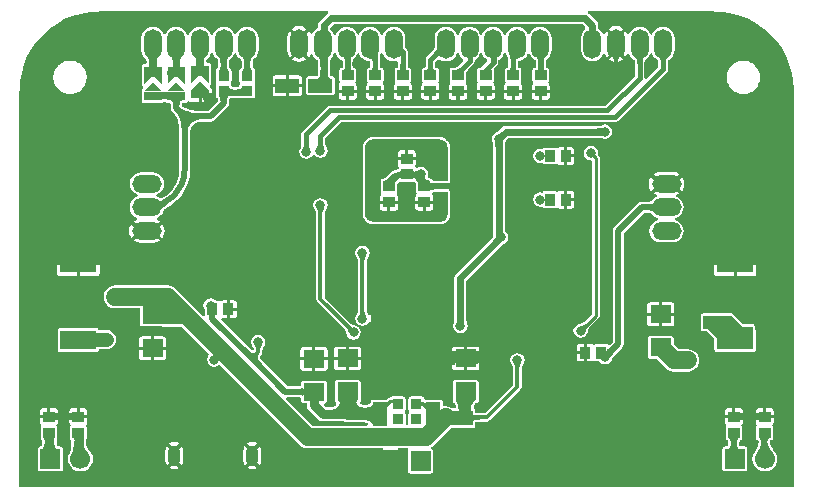
<source format=gbl>
G04 Layer_Physical_Order=2*
G04 Layer_Color=16711680*
%FSLAX44Y44*%
%MOMM*%
G71*
G01*
G75*
%ADD10C,0.6000*%
%ADD15R,0.9000X1.0000*%
%ADD16R,1.0000X0.9000*%
%ADD20R,0.9500X0.8500*%
%ADD26R,2.0000X1.2000*%
%ADD31C,0.2500*%
%ADD32C,0.5000*%
%ADD33C,1.0000*%
%ADD34C,0.3000*%
%ADD35C,1.5000*%
%ADD36C,0.4000*%
%ADD40O,1.0000X1.8000*%
%ADD41C,1.7000*%
%ADD42R,1.7000X1.7000*%
%ADD43O,2.5000X1.5000*%
%ADD44O,1.5000X2.5000*%
%ADD45C,0.8000*%
%ADD46C,0.6000*%
%ADD47R,3.1000X1.6000*%
%ADD48R,1.2000X2.0000*%
%ADD49R,5.6000X5.6000*%
%ADD50R,1.8000X1.5000*%
%ADD51R,1.5000X0.3000*%
%ADD52R,1.5000X0.8000*%
%ADD53C,1.2000*%
%ADD54C,0.8000*%
%ADD55R,3.9000X1.3000*%
%ADD56R,1.6750X1.8750*%
%ADD57R,2.8435X2.3000*%
%ADD58R,6.4000X2.5000*%
%ADD59R,2.0000X5.5000*%
%ADD60R,5.6590X5.2509*%
%ADD61R,4.5000X1.5000*%
%ADD62R,4.2000X2.0000*%
G36*
X284604Y367531D02*
X284268Y367307D01*
X283971Y366972D01*
X283713Y366527D01*
X283495Y365971D01*
X283317Y365305D01*
X283178Y364529D01*
X283079Y363643D01*
X283000Y361539D01*
X279000Y361051D01*
X278980Y362131D01*
X278821Y363932D01*
X278682Y364652D01*
X278504Y365253D01*
X278285Y365733D01*
X278027Y366094D01*
X277729Y366334D01*
X277392Y366455D01*
X277014Y366455D01*
X284981Y367646D01*
X284604Y367531D01*
D02*
G37*
G36*
X266408Y370137D02*
X265903Y369727D01*
X265457Y369128D01*
X265070Y368342D01*
X264743Y367367D01*
X264476Y366205D01*
X264268Y364854D01*
X264119Y363316D01*
X264000Y359674D01*
X258000Y358876D01*
X257970Y360684D01*
X257732Y363688D01*
X257523Y364885D01*
X257255Y365877D01*
X256927Y366666D01*
X256539Y367251D01*
X256092Y367632D01*
X255586Y367809D01*
X255019Y367782D01*
X266973Y370359D01*
X266408Y370137D01*
D02*
G37*
G36*
X531858Y366888D02*
X531521Y366717D01*
X531223Y366433D01*
X530965Y366034D01*
X530746Y365522D01*
X530568Y364895D01*
X530429Y364155D01*
X530329Y363301D01*
X530270Y362333D01*
X530250Y361251D01*
X526250D01*
X526230Y362333D01*
X526071Y364155D01*
X525932Y364895D01*
X525754Y365522D01*
X525535Y366034D01*
X525277Y366433D01*
X524979Y366717D01*
X524642Y366888D01*
X524264Y366945D01*
X532236D01*
X531858Y366888D01*
D02*
G37*
G36*
X306892Y370095D02*
X306780Y369741D01*
X306681Y369315D01*
X306595Y368819D01*
X306463Y367612D01*
X306384Y366119D01*
X306357Y364342D01*
X302357Y361334D01*
X302337Y362430D01*
X302177Y364190D01*
X302037Y364854D01*
X301856Y365373D01*
X301636Y365747D01*
X301376Y365977D01*
X301075Y366063D01*
X300735Y366005D01*
X300354Y365802D01*
X307018Y370378D01*
X306892Y370095D01*
D02*
G37*
G36*
X551858Y366888D02*
X551521Y366717D01*
X551223Y366433D01*
X550965Y366034D01*
X550746Y365522D01*
X550568Y364895D01*
X550429Y364155D01*
X550329Y363301D01*
X550270Y362333D01*
X550250Y361251D01*
X546250D01*
X546230Y362333D01*
X546071Y364155D01*
X545932Y364895D01*
X545754Y365522D01*
X545535Y366034D01*
X545277Y366433D01*
X544979Y366717D01*
X544642Y366888D01*
X544264Y366945D01*
X552236D01*
X551858Y366888D01*
D02*
G37*
G36*
X283020Y360099D02*
X283180Y358553D01*
X283320Y357925D01*
X283500Y357394D01*
X283720Y356959D01*
X283980Y356621D01*
X284280Y356380D01*
X284620Y356235D01*
X285000Y356186D01*
X277000D01*
X277380Y356235D01*
X277720Y356380D01*
X278020Y356621D01*
X278280Y356959D01*
X278500Y357394D01*
X278680Y357925D01*
X278820Y358553D01*
X278920Y359278D01*
X278980Y360099D01*
X279000Y361017D01*
X283000D01*
X283020Y360099D01*
D02*
G37*
G36*
X264030Y354793D02*
X264270Y352479D01*
X264480Y351539D01*
X264750Y350744D01*
X265080Y350093D01*
X265470Y349587D01*
X265920Y349226D01*
X266430Y349009D01*
X267000Y348937D01*
X255000D01*
X255570Y349009D01*
X256080Y349226D01*
X256530Y349587D01*
X256920Y350093D01*
X257250Y350744D01*
X257520Y351539D01*
X257730Y352479D01*
X257880Y353564D01*
X257970Y354793D01*
X258000Y356167D01*
X264000D01*
X264030Y354793D01*
D02*
G37*
G36*
X306377Y360099D02*
X306537Y358553D01*
X306677Y357925D01*
X306857Y357394D01*
X307077Y356959D01*
X307337Y356621D01*
X307637Y356380D01*
X307977Y356235D01*
X308357Y356186D01*
X300357D01*
X300737Y356235D01*
X301077Y356380D01*
X301377Y356621D01*
X301637Y356959D01*
X301857Y357394D01*
X302037Y357925D01*
X302177Y358553D01*
X302277Y359278D01*
X302337Y360099D01*
X302357Y361017D01*
X306357D01*
X306377Y360099D01*
D02*
G37*
G36*
X539952Y368459D02*
X541474Y366474D01*
X543459Y364952D01*
X543841Y364794D01*
X543946Y364426D01*
X544049Y363878D01*
X544172Y362465D01*
Y358939D01*
X533703Y348470D01*
X532320Y349209D01*
X532328Y349250D01*
Y362585D01*
X532361Y363120D01*
X532446Y363849D01*
X532554Y364426D01*
X532659Y364794D01*
X533041Y364952D01*
X535025Y366474D01*
X536548Y368459D01*
X537505Y370770D01*
X538994D01*
X539952Y368459D01*
D02*
G37*
G36*
X329734Y360099D02*
X329894Y358553D01*
X330034Y357925D01*
X330214Y357394D01*
X330434Y356959D01*
X330694Y356621D01*
X330994Y356380D01*
X331334Y356235D01*
X331714Y356186D01*
X323714D01*
X324094Y356235D01*
X324434Y356380D01*
X324734Y356621D01*
X324994Y356959D01*
X325214Y357394D01*
X325394Y357925D01*
X325534Y358553D01*
X325634Y359278D01*
X325694Y360099D01*
X325714Y361017D01*
X329714D01*
X329734Y360099D01*
D02*
G37*
G36*
X590724Y405920D02*
X592000Y405666D01*
X593483Y405625D01*
X599469Y405289D01*
X606844Y404035D01*
X614032Y401964D01*
X620943Y399102D01*
X627491Y395483D01*
X633592Y391154D01*
X639170Y386170D01*
X644154Y380592D01*
X648483Y374491D01*
X652102Y367944D01*
X654964Y361032D01*
X657035Y353844D01*
X658288Y346469D01*
X658624Y340483D01*
X658666Y339000D01*
X658920Y337724D01*
X658941Y337692D01*
Y3059D01*
X3059D01*
Y337692D01*
X3080Y337724D01*
X3334Y339000D01*
X3375Y340483D01*
X3711Y346469D01*
X4965Y353844D01*
X7035Y361032D01*
X9898Y367943D01*
X13517Y374491D01*
X17846Y380592D01*
X22830Y386170D01*
X28408Y391154D01*
X34509Y395483D01*
X41056Y399102D01*
X47968Y401964D01*
X55156Y404035D01*
X62531Y405289D01*
X68517Y405625D01*
X70000Y405666D01*
X71276Y405920D01*
X71308Y405941D01*
X264192D01*
X264647Y404441D01*
X263395Y403605D01*
X257395Y397605D01*
X256290Y395951D01*
X255902Y394000D01*
Y391801D01*
X255292Y391548D01*
X253308Y390025D01*
X251785Y388041D01*
X251187Y386598D01*
X249564D01*
X248853Y388313D01*
X248165Y389210D01*
X241144Y382189D01*
X240083Y383250D01*
X239023Y382189D01*
X232002Y389210D01*
X231313Y388313D01*
X230302Y385871D01*
X229957Y383250D01*
Y373250D01*
X230302Y370629D01*
X231313Y368187D01*
X232002Y367290D01*
X239023Y374311D01*
X240083Y373250D01*
X241144Y374311D01*
X248165Y367290D01*
X248853Y368187D01*
X249564Y369902D01*
X251187D01*
X251785Y368459D01*
X253308Y366474D01*
X255292Y364952D01*
X255405Y364905D01*
X255530Y364442D01*
X255707Y363432D01*
X255902Y360969D01*
Y354475D01*
X255851Y353778D01*
X255721Y352842D01*
X255554Y352091D01*
X255366Y351537D01*
X255188Y351186D01*
X255074Y351039D01*
X248000D01*
X247220Y350884D01*
X246558Y350442D01*
X246116Y349780D01*
X245961Y349000D01*
Y337000D01*
X246116Y336220D01*
X246558Y335558D01*
X247220Y335116D01*
X248000Y334961D01*
X268000D01*
X268780Y335116D01*
X269442Y335558D01*
X269884Y336220D01*
X270039Y337000D01*
Y349000D01*
X269884Y349780D01*
X269442Y350442D01*
X268780Y350884D01*
X268000Y351039D01*
X266926D01*
X266812Y351186D01*
X266634Y351537D01*
X266446Y352091D01*
X266286Y352808D01*
X266098Y354621D01*
Y361441D01*
X266155Y363184D01*
X266292Y364601D01*
X266480Y365821D01*
X266581Y366262D01*
X266859Y366474D01*
X268382Y368459D01*
X268814Y369504D01*
X268843Y369545D01*
X268855Y369603D01*
X269339Y370770D01*
X270828D01*
X271785Y368459D01*
X273308Y366474D01*
X275292Y364952D01*
X276630Y364398D01*
X276699Y364167D01*
X276799Y363648D01*
X276922Y362260D01*
Y359911D01*
X276891Y359492D01*
X276812Y358915D01*
X276714Y358476D01*
X276650Y358289D01*
X276000D01*
X275220Y358134D01*
X274558Y357692D01*
X274116Y357030D01*
X273961Y356250D01*
Y347250D01*
X274116Y346470D01*
X274558Y345808D01*
X274022Y344362D01*
X273607Y343741D01*
X273410Y342750D01*
Y339520D01*
X288590D01*
Y342750D01*
X288393Y343741D01*
X287978Y344362D01*
X287442Y345808D01*
X287884Y346470D01*
X288039Y347250D01*
Y356250D01*
X287884Y357030D01*
X287442Y357692D01*
X286780Y358134D01*
X286000Y358289D01*
X285350D01*
X285287Y358476D01*
X285196Y358881D01*
X285078Y360019D01*
Y362541D01*
X285114Y363491D01*
X285198Y364237D01*
X285309Y364861D01*
X285435Y365333D01*
X285463Y365404D01*
X286859Y366474D01*
X288382Y368459D01*
X289339Y370770D01*
X290828D01*
X291785Y368459D01*
X293308Y366474D01*
X295292Y364952D01*
X297603Y363994D01*
X300083Y363668D01*
X300279Y362181D01*
Y359911D01*
X300248Y359492D01*
X300169Y358915D01*
X300071Y358476D01*
X300007Y358289D01*
X299357D01*
X298577Y358134D01*
X297915Y357692D01*
X297473Y357030D01*
X297318Y356250D01*
Y347250D01*
X297473Y346470D01*
X297915Y345808D01*
X297379Y344362D01*
X296964Y343741D01*
X296767Y342750D01*
Y339520D01*
X311947D01*
Y342750D01*
X311750Y343741D01*
X311335Y344362D01*
X310799Y345808D01*
X311241Y346470D01*
X311396Y347250D01*
Y356250D01*
X311241Y357030D01*
X310799Y357692D01*
X310138Y358134D01*
X309357Y358289D01*
X308707D01*
X308644Y358476D01*
X308553Y358881D01*
X308435Y360019D01*
Y366305D01*
X308496Y367447D01*
X308615Y368534D01*
X308680Y368910D01*
X308748Y369201D01*
X308802Y369371D01*
X308882Y369551D01*
X308934Y369784D01*
X309023Y370005D01*
X309442Y370277D01*
X311225Y369811D01*
X311785Y368459D01*
X313308Y366474D01*
X315292Y364952D01*
X317603Y363994D01*
X320083Y363668D01*
X322136Y363938D01*
X323636Y363014D01*
Y359911D01*
X323605Y359492D01*
X323526Y358915D01*
X323428Y358476D01*
X323364Y358289D01*
X322714D01*
X321934Y358134D01*
X321272Y357692D01*
X320830Y357030D01*
X320675Y356250D01*
Y347250D01*
X320830Y346470D01*
X321272Y345808D01*
X320737Y344362D01*
X320322Y343741D01*
X320125Y342750D01*
Y339520D01*
X335304D01*
Y342750D01*
X335107Y343741D01*
X334692Y344362D01*
X334156Y345808D01*
X334598Y346470D01*
X334753Y347250D01*
Y356250D01*
X334598Y357030D01*
X334156Y357692D01*
X333495Y358134D01*
X332714Y358289D01*
X332064D01*
X332001Y358476D01*
X331910Y358881D01*
X331793Y360019D01*
Y371536D01*
X331482Y373097D01*
X330598Y374420D01*
X330598Y374420D01*
X329665Y375352D01*
Y383250D01*
X329339Y385730D01*
X328382Y388041D01*
X326859Y390025D01*
X324874Y391548D01*
X322563Y392505D01*
X320083Y392832D01*
X317603Y392505D01*
X315292Y391548D01*
X313308Y390025D01*
X311785Y388041D01*
X310828Y385730D01*
X309339D01*
X308382Y388041D01*
X306859Y390025D01*
X304874Y391548D01*
X302563Y392505D01*
X300083Y392832D01*
X297603Y392505D01*
X295292Y391548D01*
X293308Y390025D01*
X291785Y388041D01*
X290828Y385730D01*
X289339D01*
X288382Y388041D01*
X286859Y390025D01*
X284874Y391548D01*
X282563Y392505D01*
X280083Y392832D01*
X277603Y392505D01*
X275292Y391548D01*
X273308Y390025D01*
X271785Y388041D01*
X270828Y385730D01*
X269339D01*
X268382Y388041D01*
X266859Y390025D01*
X266285Y390466D01*
X266221Y392011D01*
X269112Y394902D01*
X479888D01*
X482277Y392513D01*
X482158Y390550D01*
X481474Y390025D01*
X479952Y388041D01*
X478994Y385730D01*
X478668Y383250D01*
Y373250D01*
X478994Y370770D01*
X479952Y368459D01*
X481474Y366474D01*
X483459Y364952D01*
X485770Y363994D01*
X488250Y363668D01*
X490730Y363994D01*
X493041Y364952D01*
X495025Y366474D01*
X496548Y368459D01*
X497146Y369902D01*
X498769D01*
X499480Y368187D01*
X500168Y367290D01*
X507189Y374311D01*
X508250Y373250D01*
X509311Y374311D01*
X516332Y367290D01*
X517020Y368187D01*
X517730Y369902D01*
X519354D01*
X519952Y368459D01*
X521474Y366474D01*
X523459Y364952D01*
X523841Y364794D01*
X523946Y364426D01*
X524049Y363878D01*
X524172Y362465D01*
Y350939D01*
X499311Y326078D01*
X266000D01*
X264439Y325768D01*
X263116Y324884D01*
X263116Y324884D01*
X243116Y304884D01*
X242232Y303561D01*
X241922Y302000D01*
X241922Y302000D01*
Y293495D01*
X241867Y292764D01*
X241803Y292327D01*
X241721Y291920D01*
X241627Y291568D01*
X241525Y291269D01*
X241418Y291025D01*
X241313Y290833D01*
X241149Y290594D01*
X241084Y290443D01*
X240348Y289341D01*
X239883Y287000D01*
X240348Y284659D01*
X241674Y282674D01*
X243659Y281348D01*
X246000Y280882D01*
X248341Y281348D01*
X250326Y282674D01*
X251432Y284330D01*
X252639Y284533D01*
X253143Y284469D01*
X253674Y283674D01*
X255659Y282348D01*
X258000Y281882D01*
X260341Y282348D01*
X262326Y283674D01*
X263652Y285659D01*
X264118Y288000D01*
X263652Y290341D01*
X262916Y291443D01*
X262851Y291594D01*
X262687Y291833D01*
X262582Y292025D01*
X262475Y292269D01*
X262373Y292568D01*
X262279Y292920D01*
X262197Y293327D01*
X262133Y293764D01*
X262078Y294495D01*
Y298311D01*
X275689Y311922D01*
X507000D01*
X507000Y311922D01*
X508561Y312232D01*
X509884Y313116D01*
X551134Y354366D01*
X552018Y355689D01*
X552328Y357250D01*
X552328Y357250D01*
Y362585D01*
X552361Y363120D01*
X552446Y363849D01*
X552554Y364426D01*
X552659Y364794D01*
X553041Y364952D01*
X555025Y366474D01*
X556548Y368459D01*
X557505Y370770D01*
X557832Y373250D01*
Y383250D01*
X557505Y385730D01*
X556548Y388041D01*
X555025Y390025D01*
X553041Y391548D01*
X550730Y392505D01*
X548250Y392832D01*
X545770Y392505D01*
X543459Y391548D01*
X541474Y390025D01*
X539952Y388041D01*
X538994Y385730D01*
X537505D01*
X536548Y388041D01*
X535025Y390025D01*
X533041Y391548D01*
X530730Y392505D01*
X528250Y392832D01*
X525770Y392505D01*
X523459Y391548D01*
X521474Y390025D01*
X519952Y388041D01*
X519354Y386598D01*
X517730D01*
X517020Y388313D01*
X516332Y389210D01*
X509311Y382189D01*
X508250Y383250D01*
X507189Y382189D01*
X500168Y389210D01*
X499480Y388313D01*
X498769Y386598D01*
X497146D01*
X496548Y388041D01*
X495025Y390025D01*
X493348Y391313D01*
Y393750D01*
X492960Y395701D01*
X491855Y397355D01*
X485605Y403605D01*
X484353Y404441D01*
X484808Y405941D01*
X590692D01*
X590724Y405920D01*
D02*
G37*
G36*
X260012Y294783D02*
X260105Y293540D01*
X260187Y292978D01*
X260292Y292456D01*
X260421Y291973D01*
X260573Y291530D01*
X260749Y291127D01*
X260947Y290764D01*
X261170Y290440D01*
X254830D01*
X255053Y290764D01*
X255252Y291127D01*
X255427Y291530D01*
X255579Y291973D01*
X255708Y292456D01*
X255813Y292978D01*
X255895Y293540D01*
X255988Y294783D01*
X256000Y295464D01*
X260000D01*
X260012Y294783D01*
D02*
G37*
G36*
X248012Y293783D02*
X248105Y292540D01*
X248187Y291978D01*
X248292Y291456D01*
X248421Y290973D01*
X248573Y290530D01*
X248749Y290127D01*
X248947Y289764D01*
X249170Y289440D01*
X242830D01*
X243053Y289764D01*
X243251Y290127D01*
X243427Y290530D01*
X243579Y290973D01*
X243708Y291456D01*
X243813Y291978D01*
X243895Y292540D01*
X243988Y293783D01*
X244000Y294464D01*
X248000D01*
X248012Y293783D01*
D02*
G37*
%LPC*%
G36*
X389936Y110730D02*
X382270D01*
Y101910D01*
X390000D01*
X390991Y102107D01*
X391831Y102669D01*
X392393Y103509D01*
X392590Y104500D01*
Y107749D01*
X389936Y107681D01*
Y110730D01*
D02*
G37*
G36*
X51730Y203090D02*
X37500D01*
X36509Y202893D01*
X35669Y202331D01*
X35107Y201491D01*
X34910Y200500D01*
Y193770D01*
X51730D01*
Y203090D01*
D02*
G37*
G36*
X329730Y135730D02*
X300410D01*
Y109000D01*
X300607Y108009D01*
X301169Y107169D01*
X302009Y106607D01*
X303000Y106410D01*
X329730D01*
Y135730D01*
D02*
G37*
G36*
X292590Y110730D02*
X282270D01*
Y101910D01*
X290000D01*
X290991Y102107D01*
X291831Y102669D01*
X292393Y103509D01*
X292590Y104500D01*
Y110730D01*
D02*
G37*
G36*
X627090Y191230D02*
X610270D01*
Y181910D01*
X624500D01*
X625491Y182107D01*
X626331Y182669D01*
X626893Y183509D01*
X627090Y184500D01*
Y191230D01*
D02*
G37*
G36*
X624500Y203090D02*
X610270D01*
Y193770D01*
X627090D01*
Y200500D01*
X626893Y201491D01*
X626331Y202331D01*
X625491Y202893D01*
X624500Y203090D01*
D02*
G37*
G36*
X379730Y110730D02*
X372033D01*
Y104533D01*
X371929Y105162D01*
X371615Y105724D01*
X371093Y106220D01*
X370362Y106650D01*
X369422Y107014D01*
X369410Y107017D01*
Y104500D01*
X369607Y103509D01*
X370169Y102669D01*
X371009Y102107D01*
X372000Y101910D01*
X379730D01*
Y110730D01*
D02*
G37*
G36*
X556000Y270127D02*
X546000D01*
X543379Y269782D01*
X540937Y268770D01*
X540040Y268082D01*
X547061Y261061D01*
X546000Y260000D01*
X547061Y258939D01*
X540040Y251918D01*
X540937Y251230D01*
X542652Y250520D01*
Y248896D01*
X541209Y248298D01*
X539225Y246775D01*
X537898Y245047D01*
X537315Y244889D01*
X536521Y244748D01*
X534588Y244588D01*
X530000D01*
X528244Y244239D01*
X526756Y243244D01*
X506756Y223244D01*
X505761Y221756D01*
X505412Y220000D01*
Y125900D01*
X503279Y123767D01*
X501692Y123442D01*
X501030Y123884D01*
X500250Y124039D01*
X491250D01*
X490470Y123884D01*
X489808Y123442D01*
X488362Y123978D01*
X487741Y124393D01*
X486750Y124590D01*
X483520D01*
Y117000D01*
Y109410D01*
X486750D01*
X487741Y109607D01*
X488362Y110022D01*
X489808Y110558D01*
X490470Y110116D01*
X491250Y109961D01*
X493815D01*
X494674Y108674D01*
X496659Y107348D01*
X499000Y106882D01*
X501341Y107348D01*
X503326Y108674D01*
X504652Y110659D01*
X504900Y111907D01*
X504954Y112026D01*
X504973Y112111D01*
X504982Y112134D01*
X505051Y112266D01*
X505184Y112478D01*
X505350Y112710D01*
X506376Y113887D01*
X513244Y120756D01*
X514239Y122244D01*
X514588Y124000D01*
Y218099D01*
X531900Y235412D01*
X534250D01*
X535508Y235366D01*
X536493Y235257D01*
X537315Y235111D01*
X537898Y234953D01*
X539225Y233225D01*
X541209Y231702D01*
X543520Y230744D01*
Y229255D01*
X541209Y228298D01*
X539225Y226775D01*
X537702Y224791D01*
X536744Y222480D01*
X536418Y220000D01*
X536744Y217520D01*
X537702Y215209D01*
X539225Y213225D01*
X541209Y211702D01*
X543520Y210744D01*
X546000Y210418D01*
X556000D01*
X558480Y210744D01*
X560791Y211702D01*
X562775Y213225D01*
X564298Y215209D01*
X565256Y217520D01*
X565582Y220000D01*
X565256Y222480D01*
X564298Y224791D01*
X562775Y226775D01*
X560791Y228298D01*
X558480Y229255D01*
Y230744D01*
X560791Y231702D01*
X562775Y233225D01*
X564298Y235209D01*
X565256Y237520D01*
X565582Y240000D01*
X565256Y242480D01*
X564298Y244791D01*
X562775Y246775D01*
X560791Y248298D01*
X559348Y248896D01*
Y250520D01*
X561063Y251230D01*
X561960Y251918D01*
X554939Y258939D01*
X556000Y260000D01*
X554939Y261061D01*
X561960Y268082D01*
X561063Y268770D01*
X558621Y269782D01*
X556000Y270127D01*
D02*
G37*
G36*
X124082Y225960D02*
X118121Y220000D01*
X124082Y214040D01*
X124770Y214937D01*
X125782Y217379D01*
X126127Y220000D01*
X125782Y222621D01*
X124770Y225063D01*
X124082Y225960D01*
D02*
G37*
G36*
X97918Y225960D02*
X97230Y225063D01*
X96218Y222621D01*
X95873Y220000D01*
X96218Y217379D01*
X97230Y214937D01*
X97918Y214040D01*
X103879Y220000D01*
X97918Y225960D01*
D02*
G37*
G36*
X68500Y203090D02*
X54270D01*
Y193770D01*
X71090D01*
Y200500D01*
X70893Y201491D01*
X70331Y202331D01*
X69491Y202893D01*
X68500Y203090D01*
D02*
G37*
G36*
X607730D02*
X593500D01*
X592509Y202893D01*
X591669Y202331D01*
X591107Y201491D01*
X590910Y200500D01*
Y193770D01*
X607730D01*
Y203090D01*
D02*
G37*
G36*
X358950Y299578D02*
X302472D01*
X302275Y299539D01*
X302074D01*
X300625Y299251D01*
X300440Y299174D01*
X300243Y299135D01*
X298878Y298570D01*
X298711Y298458D01*
X298525Y298381D01*
X297297Y297560D01*
X297155Y297418D01*
X296988Y297307D01*
X295943Y296262D01*
X295832Y296095D01*
X295690Y295953D01*
X294869Y294725D01*
X294792Y294539D01*
X294681Y294372D01*
X294115Y293007D01*
X294076Y292810D01*
X293999Y292625D01*
X293711Y291176D01*
Y290975D01*
X293672Y290778D01*
Y290039D01*
Y234325D01*
X293711Y234128D01*
Y233927D01*
X293990Y232527D01*
X294066Y232341D01*
X294105Y232144D01*
X294652Y230825D01*
X294764Y230658D01*
X294841Y230472D01*
X295634Y229285D01*
X295776Y229143D01*
X295888Y228976D01*
X296897Y227966D01*
X297064Y227854D01*
X297206Y227712D01*
X298394Y226919D01*
X298579Y226842D01*
X298746Y226730D01*
X300066Y226184D01*
X300263Y226145D01*
X300448Y226068D01*
X301849Y225789D01*
X302050D01*
X302247Y225750D01*
X359626D01*
X359823Y225789D01*
X360023D01*
X361328Y226049D01*
X361513Y226125D01*
X361710Y226165D01*
X362938Y226673D01*
X363106Y226785D01*
X363291Y226862D01*
X364397Y227601D01*
X364539Y227743D01*
X364706Y227854D01*
X365646Y228794D01*
X365757Y228961D01*
X365899Y229103D01*
X366638Y230209D01*
X366715Y230394D01*
X366827Y230562D01*
X367335Y231790D01*
X367375Y231987D01*
X367451Y232172D01*
X367711Y233477D01*
Y233677D01*
X367750Y233874D01*
Y253162D01*
X367595Y253942D01*
X367153Y254604D01*
X366491Y255046D01*
X365711Y255201D01*
X355553D01*
X355470Y255185D01*
X355386Y255194D01*
X355090Y255170D01*
D01*
X353907Y255073D01*
X353127Y254935D01*
X352467Y254758D01*
X351927Y254542D01*
X351507Y254286D01*
X351207Y253991D01*
X351027Y253657D01*
X350967Y253283D01*
Y256480D01*
X346000D01*
Y259020D01*
X350967D01*
Y262217D01*
X351027Y261843D01*
X351207Y261509D01*
X351507Y261214D01*
X351927Y260958D01*
X352467Y260742D01*
X353127Y260565D01*
X353907Y260427D01*
X354807Y260329D01*
X355466Y260305D01*
X355586Y260300D01*
X355623Y260306D01*
X355660Y260299D01*
X365711D01*
X366491Y260454D01*
X367153Y260896D01*
X367595Y261558D01*
X367750Y262338D01*
Y290778D01*
X367711Y290975D01*
Y291176D01*
X367423Y292625D01*
X367346Y292810D01*
X367307Y293007D01*
X366741Y294372D01*
X366630Y294539D01*
X366553Y294725D01*
X365732Y295953D01*
X365590Y296095D01*
X365478Y296262D01*
X364434Y297307D01*
X364267Y297418D01*
X364125Y297560D01*
X362896Y298381D01*
X362711Y298458D01*
X362544Y298570D01*
X361179Y299135D01*
X360982Y299174D01*
X360796Y299251D01*
X359347Y299539D01*
X359147D01*
X358950Y299578D01*
D02*
G37*
G36*
X564082Y265960D02*
X558121Y260000D01*
X564082Y254040D01*
X564770Y254937D01*
X565782Y257379D01*
X566127Y260000D01*
X565782Y262621D01*
X564770Y265063D01*
X564082Y265960D01*
D02*
G37*
G36*
X537918Y265960D02*
X537230Y265063D01*
X536218Y262621D01*
X535873Y260000D01*
X536218Y257379D01*
X537230Y254937D01*
X537918Y254040D01*
X543879Y260000D01*
X537918Y265960D01*
D02*
G37*
G36*
X472590Y282230D02*
X466770D01*
Y275910D01*
X470000D01*
X470991Y276107D01*
X471831Y276669D01*
X472393Y277509D01*
X472590Y278500D01*
Y282230D01*
D02*
G37*
G36*
X58000Y69840D02*
X54270D01*
Y64020D01*
X60590D01*
Y67250D01*
X60393Y68241D01*
X59831Y69081D01*
X58991Y69643D01*
X58000Y69840D01*
D02*
G37*
G36*
X613000D02*
X609270D01*
Y64020D01*
X612967D01*
Y67217D01*
X613027Y66843D01*
X613207Y66509D01*
X613507Y66214D01*
X613927Y65958D01*
X614467Y65742D01*
X615127Y65565D01*
X615590Y65483D01*
Y67250D01*
X615393Y68241D01*
X614831Y69081D01*
X613991Y69643D01*
X613000Y69840D01*
D02*
G37*
G36*
X33000D02*
X29270D01*
Y64020D01*
X32967D01*
Y67217D01*
X33027Y66843D01*
X33207Y66509D01*
X33507Y66214D01*
X33927Y65958D01*
X34467Y65742D01*
X35127Y65565D01*
X35590Y65483D01*
Y67250D01*
X35393Y68241D01*
X34831Y69081D01*
X33991Y69643D01*
X33000Y69840D01*
D02*
G37*
G36*
X251230Y110480D02*
X240910D01*
Y104250D01*
X241107Y103259D01*
X241669Y102419D01*
X242509Y101857D01*
X243500Y101660D01*
X251230D01*
Y110480D01*
D02*
G37*
G36*
X264090D02*
X253770D01*
Y101660D01*
X261500D01*
X262491Y101857D01*
X263331Y102419D01*
X263893Y103259D01*
X264090Y104250D01*
Y110480D01*
D02*
G37*
G36*
X279730Y110730D02*
X269410D01*
Y104500D01*
X269607Y103509D01*
X270169Y102669D01*
X271009Y102107D01*
X272000Y101910D01*
X279730D01*
Y110730D01*
D02*
G37*
G36*
X472590Y245230D02*
X466770D01*
Y238910D01*
X470000D01*
X470991Y239107D01*
X471831Y239669D01*
X472393Y240509D01*
X472590Y241500D01*
Y245230D01*
D02*
G37*
G36*
X464230Y254090D02*
X461000D01*
X460009Y253893D01*
X459388Y253478D01*
X457942Y252942D01*
X457280Y253384D01*
X456500Y253539D01*
X447500D01*
X446720Y253384D01*
X446058Y252942D01*
X445655Y252338D01*
X444250Y252618D01*
X441909Y252152D01*
X439924Y250826D01*
X438598Y248841D01*
X438133Y246500D01*
X438598Y244159D01*
X439924Y242174D01*
X441909Y240848D01*
X444250Y240382D01*
X445655Y240662D01*
X446058Y240058D01*
X446720Y239616D01*
X447500Y239461D01*
X456500D01*
X457280Y239616D01*
X457942Y240058D01*
X459388Y239522D01*
X460009Y239107D01*
X461000Y238910D01*
X464230D01*
Y246500D01*
Y254090D01*
D02*
G37*
G36*
X470000D02*
X466770D01*
Y247770D01*
X472590D01*
Y251500D01*
X472393Y252491D01*
X471831Y253331D01*
X470991Y253893D01*
X470000Y254090D01*
D02*
G37*
G36*
X546125Y130957D02*
X545800Y130914D01*
X537125D01*
X536345Y130759D01*
X535683Y130317D01*
X535241Y129655D01*
X535086Y128875D01*
Y113875D01*
X535241Y113095D01*
X535683Y112433D01*
X536345Y111991D01*
X537125Y111836D01*
X542113D01*
X550475Y103475D01*
X552459Y101952D01*
X554770Y100995D01*
X557250Y100668D01*
X569000D01*
X571480Y100995D01*
X573791Y101952D01*
X575775Y103475D01*
X577298Y105459D01*
X578256Y107770D01*
X578582Y110250D01*
X578256Y112730D01*
X577298Y115041D01*
X575775Y117025D01*
X573791Y118548D01*
X571480Y119506D01*
X569000Y119832D01*
X561219D01*
X557164Y123887D01*
Y128875D01*
X557009Y129655D01*
X556567Y130317D01*
X555905Y130759D01*
X555125Y130914D01*
X546450D01*
X546125Y130957D01*
D02*
G37*
G36*
X258000Y247868D02*
X255659Y247402D01*
X253674Y246076D01*
X252348Y244091D01*
X251882Y241750D01*
X252348Y239409D01*
X253099Y238286D01*
X253172Y238123D01*
X253448Y237738D01*
X253657Y237398D01*
X253841Y237046D01*
X254001Y236677D01*
X254138Y236292D01*
X254251Y235887D01*
X254341Y235460D01*
X254407Y235011D01*
X254431Y234716D01*
Y162000D01*
X254703Y160634D01*
X255477Y159477D01*
X278503Y136450D01*
X278694Y136224D01*
X278965Y135860D01*
X279203Y135495D01*
X279409Y135129D01*
X279585Y134759D01*
X279732Y134385D01*
X279852Y134006D01*
X279944Y133618D01*
X280022Y133151D01*
X280085Y132984D01*
X280348Y131659D01*
X281674Y129674D01*
X283659Y128348D01*
X286000Y127882D01*
X288341Y128348D01*
X290326Y129674D01*
X291652Y131659D01*
X292118Y134000D01*
X291652Y136341D01*
X290326Y138326D01*
X288341Y139652D01*
X287016Y139916D01*
X286849Y139978D01*
X286382Y140056D01*
X285994Y140148D01*
X285615Y140268D01*
X285241Y140415D01*
X284872Y140591D01*
X284505Y140797D01*
X284140Y141035D01*
X283776Y141306D01*
X283550Y141497D01*
X261569Y163478D01*
Y234716D01*
X261593Y235011D01*
X261659Y235460D01*
X261749Y235887D01*
X261862Y236292D01*
X261999Y236677D01*
X262160Y237046D01*
X262343Y237399D01*
X262552Y237738D01*
X262828Y238123D01*
X262901Y238286D01*
X263652Y239409D01*
X264118Y241750D01*
X263652Y244091D01*
X262326Y246076D01*
X260341Y247402D01*
X258000Y247868D01*
D02*
G37*
G36*
X124875Y130715D02*
X117145D01*
Y121895D01*
X127465D01*
Y128125D01*
X127268Y129116D01*
X126706Y129956D01*
X125866Y130518D01*
X124875Y130715D01*
D02*
G37*
G36*
X114605D02*
X106875D01*
X105884Y130518D01*
X105044Y129956D01*
X104482Y129116D01*
X104285Y128125D01*
Y121895D01*
X114605D01*
Y130715D01*
D02*
G37*
G36*
X487000Y292118D02*
X484659Y291652D01*
X482674Y290326D01*
X481348Y288341D01*
X480882Y286000D01*
X481348Y283659D01*
X482674Y281674D01*
X484659Y280348D01*
X487000Y279883D01*
X487686Y279319D01*
Y149622D01*
X481057Y142993D01*
X480794Y142779D01*
X480450Y142537D01*
X480089Y142318D01*
X479709Y142122D01*
X479309Y141949D01*
X478887Y141799D01*
X478440Y141672D01*
X477968Y141568D01*
X477414Y141481D01*
X477243Y141417D01*
X475909Y141152D01*
X473924Y139826D01*
X472598Y137841D01*
X472132Y135500D01*
X472598Y133159D01*
X473924Y131174D01*
X475909Y129848D01*
X478250Y129382D01*
X480591Y129848D01*
X482576Y131174D01*
X483902Y133159D01*
X484167Y134493D01*
X484231Y134664D01*
X484319Y135218D01*
X484422Y135690D01*
X484549Y136137D01*
X484699Y136559D01*
X484872Y136959D01*
X485068Y137339D01*
X485287Y137700D01*
X485529Y138044D01*
X485743Y138307D01*
X493343Y145907D01*
X494061Y146982D01*
X494314Y148250D01*
Y282000D01*
X494061Y283268D01*
X493343Y284343D01*
X492880Y284806D01*
X493118Y286000D01*
X492652Y288341D01*
X491326Y290326D01*
X489341Y291652D01*
X487000Y292118D01*
D02*
G37*
G36*
X293500Y207368D02*
X291159Y206902D01*
X289174Y205576D01*
X287848Y203591D01*
X287383Y201250D01*
X287848Y198909D01*
X288599Y197786D01*
X288672Y197623D01*
X288948Y197238D01*
X289157Y196898D01*
X289341Y196546D01*
X289501Y196177D01*
X289638Y195792D01*
X289751Y195387D01*
X289841Y194960D01*
X289907Y194511D01*
X289931Y194216D01*
Y152784D01*
X289907Y152489D01*
X289841Y152040D01*
X289751Y151613D01*
X289638Y151208D01*
X289501Y150823D01*
X289340Y150454D01*
X289157Y150101D01*
X288948Y149762D01*
X288672Y149377D01*
X288599Y149214D01*
X287848Y148091D01*
X287383Y145750D01*
X287848Y143409D01*
X289174Y141424D01*
X291159Y140098D01*
X293500Y139633D01*
X295841Y140098D01*
X297826Y141424D01*
X298910Y143047D01*
X300410Y142632D01*
Y138270D01*
X329730D01*
Y167590D01*
X303000D01*
X302009Y167393D01*
X301169Y166831D01*
X300607Y165991D01*
X300410Y165000D01*
Y148868D01*
X298910Y148453D01*
X298401Y149214D01*
X298328Y149377D01*
X298052Y149762D01*
X297843Y150102D01*
X297659Y150454D01*
X297499Y150823D01*
X297362Y151208D01*
X297249Y151613D01*
X297159Y152040D01*
X297094Y152489D01*
X297069Y152784D01*
Y194216D01*
X297094Y194511D01*
X297159Y194960D01*
X297249Y195387D01*
X297362Y195792D01*
X297499Y196177D01*
X297659Y196546D01*
X297843Y196899D01*
X298052Y197238D01*
X298328Y197623D01*
X298401Y197786D01*
X299152Y198909D01*
X299618Y201250D01*
X299152Y203591D01*
X297826Y205576D01*
X295841Y206902D01*
X293500Y207368D01*
D02*
G37*
G36*
X251230Y121840D02*
X243500D01*
X242509Y121643D01*
X241669Y121081D01*
X241107Y120241D01*
X240910Y119250D01*
Y113020D01*
X251230D01*
Y121840D01*
D02*
G37*
G36*
X261500D02*
X253770D01*
Y113020D01*
X264090D01*
Y119250D01*
X263893Y120241D01*
X263331Y121081D01*
X262491Y121643D01*
X261500Y121840D01*
D02*
G37*
G36*
X606000Y150039D02*
X582000Y150039D01*
X581219Y149884D01*
X580558Y149442D01*
X580116Y148780D01*
X579961Y148000D01*
X579961Y137000D01*
X580116Y136220D01*
X580558Y135558D01*
X581220Y135116D01*
X582000Y134961D01*
X585155Y134961D01*
X591461Y128655D01*
Y119500D01*
X591616Y118720D01*
X592058Y118058D01*
X592720Y117616D01*
X593500Y117461D01*
X624500D01*
X625280Y117616D01*
X625942Y118058D01*
X626384Y118720D01*
X626539Y119500D01*
Y135500D01*
X626384Y136280D01*
X626039Y136796D01*
Y139000D01*
X625884Y139780D01*
X625442Y140442D01*
X624780Y140884D01*
X624000Y141039D01*
X615845Y141039D01*
X607442Y149442D01*
X606780Y149884D01*
X606000Y150039D01*
D02*
G37*
G36*
X68500Y137539D02*
X37500D01*
X36720Y137384D01*
X36058Y136942D01*
X35616Y136280D01*
X35461Y135500D01*
Y119500D01*
X35616Y118720D01*
X36058Y118058D01*
X36720Y117616D01*
X37500Y117461D01*
X68500D01*
X69280Y117616D01*
X69942Y118058D01*
X70384Y118720D01*
X70539Y119500D01*
Y119931D01*
X77000D01*
X79088Y120206D01*
X81034Y121012D01*
X82706Y122294D01*
X83988Y123966D01*
X84794Y125912D01*
X85069Y128000D01*
X84794Y130088D01*
X83988Y132035D01*
X82706Y133706D01*
X81034Y134988D01*
X79088Y135794D01*
X77000Y136069D01*
X70426D01*
X70384Y136280D01*
X69942Y136942D01*
X69280Y137384D01*
X68500Y137539D01*
D02*
G37*
G36*
X290000Y122090D02*
X282270D01*
Y113270D01*
X292590D01*
Y119500D01*
X292393Y120491D01*
X291831Y121331D01*
X290991Y121893D01*
X290000Y122090D01*
D02*
G37*
G36*
X390000D02*
X382270D01*
Y113270D01*
X389936D01*
Y118001D01*
X389999Y117971D01*
X390185Y117943D01*
X390496Y117920D01*
X392590Y117875D01*
Y119500D01*
X392393Y120491D01*
X391831Y121331D01*
X390991Y121893D01*
X390000Y122090D01*
D02*
G37*
G36*
X279730D02*
X272000D01*
X271009Y121893D01*
X270169Y121331D01*
X269607Y120491D01*
X269410Y119500D01*
Y113270D01*
X279730D01*
Y122090D01*
D02*
G37*
G36*
X379730D02*
X372000D01*
X371009Y121893D01*
X370169Y121331D01*
X369607Y120491D01*
X369410Y119500D01*
Y118247D01*
X369422Y118248D01*
X370362Y118426D01*
X371093Y118638D01*
X371615Y118882D01*
X371929Y119158D01*
X372033Y119467D01*
Y113270D01*
X379730D01*
Y122090D01*
D02*
G37*
G36*
X480980Y124590D02*
X477750D01*
X476759Y124393D01*
X475919Y123831D01*
X475357Y122991D01*
X475160Y122000D01*
Y118270D01*
X480980D01*
Y124590D01*
D02*
G37*
G36*
X359000Y167590D02*
X332270D01*
Y138270D01*
X361590D01*
Y165000D01*
X361393Y165991D01*
X360831Y166831D01*
X359991Y167393D01*
X359000Y167590D01*
D02*
G37*
G36*
X555125Y159465D02*
X547395D01*
Y150645D01*
X557715D01*
Y156875D01*
X557518Y157866D01*
X556956Y158706D01*
X556116Y159268D01*
X555125Y159465D01*
D02*
G37*
G36*
X544855D02*
X537125D01*
X536134Y159268D01*
X535294Y158706D01*
X534732Y157866D01*
X534535Y156875D01*
Y150645D01*
X544855D01*
Y159465D01*
D02*
G37*
G36*
X361590Y135730D02*
X332270D01*
Y106410D01*
X359000D01*
X359991Y106607D01*
X360831Y107169D01*
X361393Y108009D01*
X361590Y109000D01*
Y117841D01*
Y135730D01*
D02*
G37*
G36*
X184500Y161090D02*
X181270D01*
Y154770D01*
X187090D01*
Y158500D01*
X186893Y159491D01*
X186331Y160331D01*
X185491Y160893D01*
X184500Y161090D01*
D02*
G37*
G36*
X607730Y191230D02*
X590910D01*
Y184500D01*
X591107Y183509D01*
X591669Y182669D01*
X592509Y182107D01*
X593500Y181910D01*
X607730D01*
Y191230D01*
D02*
G37*
G36*
X71090D02*
X54270D01*
Y181910D01*
X68500D01*
X69491Y182107D01*
X70331Y182669D01*
X70893Y183509D01*
X71090Y184500D01*
Y191230D01*
D02*
G37*
G36*
X51730D02*
X34910D01*
Y184500D01*
X35107Y183509D01*
X35669Y182669D01*
X36509Y182107D01*
X37500Y181910D01*
X51730D01*
Y191230D01*
D02*
G37*
G36*
X127465Y119355D02*
X117145D01*
Y110535D01*
X124875D01*
X125866Y110732D01*
X126706Y111294D01*
X127268Y112134D01*
X127465Y113125D01*
Y119355D01*
D02*
G37*
G36*
X557715Y148105D02*
X547395D01*
Y139285D01*
X555125D01*
X556116Y139482D01*
X556956Y140044D01*
X557518Y140884D01*
X557715Y141875D01*
Y148105D01*
D02*
G37*
G36*
X544855D02*
X534535D01*
Y141875D01*
X534732Y140884D01*
X535294Y140044D01*
X536134Y139482D01*
X537125Y139285D01*
X544855D01*
Y148105D01*
D02*
G37*
G36*
X114605Y119355D02*
X104285D01*
Y113125D01*
X104482Y112134D01*
X105044Y111294D01*
X105884Y110732D01*
X106875Y110535D01*
X114605D01*
Y119355D01*
D02*
G37*
G36*
X480980Y115730D02*
X475160D01*
Y112000D01*
X475357Y111009D01*
X475919Y110169D01*
X476759Y109607D01*
X477750Y109410D01*
X480980D01*
Y115730D01*
D02*
G37*
G36*
X187090Y152230D02*
X181270D01*
Y145910D01*
X184500D01*
X185491Y146107D01*
X186331Y146669D01*
X186893Y147509D01*
X187090Y148500D01*
Y152230D01*
D02*
G37*
G36*
X128750Y173832D02*
X84000D01*
X81520Y173505D01*
X79209Y172548D01*
X77225Y171026D01*
X75702Y169041D01*
X74745Y166730D01*
X74418Y164250D01*
X74745Y161770D01*
X75702Y159459D01*
X77225Y157475D01*
X79209Y155952D01*
X81520Y154995D01*
X84000Y154668D01*
X104836D01*
Y141125D01*
X104991Y140345D01*
X105433Y139683D01*
X106095Y139241D01*
X106875Y139086D01*
X124122D01*
X124750Y138961D01*
X140488D01*
X163715Y115735D01*
X163674Y115326D01*
X162348Y113341D01*
X161882Y111000D01*
X162348Y108659D01*
X163674Y106674D01*
X165659Y105348D01*
X168000Y104882D01*
X170341Y105348D01*
X172326Y106674D01*
X172735Y106714D01*
X240725Y38725D01*
X242709Y37202D01*
X245020Y36244D01*
X247500Y35918D01*
X311047D01*
X311188Y35656D01*
X311439Y34418D01*
X310627Y33795D01*
X317300Y27121D01*
X323974Y33795D01*
X323161Y34418D01*
X323412Y35656D01*
X323553Y35918D01*
X331725D01*
X332408Y34418D01*
X332316Y34280D01*
X332161Y33500D01*
Y16500D01*
X332316Y15720D01*
X332758Y15058D01*
X333420Y14616D01*
X334200Y14461D01*
X351200D01*
X351980Y14616D01*
X352642Y15058D01*
X353084Y15720D01*
X353239Y16500D01*
Y33500D01*
X353084Y34280D01*
X352642Y34942D01*
X351980Y35384D01*
X351873Y35405D01*
X351720Y36965D01*
X352291Y37202D01*
X354275Y38725D01*
X368512Y52961D01*
X387000D01*
X387780Y53116D01*
X388442Y53558D01*
X388884Y54220D01*
X389039Y55000D01*
Y57861D01*
X390025Y58023D01*
X396450Y58431D01*
X398750D01*
X400116Y58703D01*
X401273Y59477D01*
X427273Y85477D01*
X428047Y86634D01*
X428319Y88000D01*
Y103466D01*
X428344Y103761D01*
X428409Y104210D01*
X428499Y104637D01*
X428612Y105042D01*
X428749Y105427D01*
X428909Y105796D01*
X429093Y106149D01*
X429302Y106488D01*
X429578Y106873D01*
X429651Y107036D01*
X430402Y108159D01*
X430868Y110500D01*
X430402Y112841D01*
X429076Y114826D01*
X427091Y116152D01*
X424750Y116617D01*
X422409Y116152D01*
X420424Y114826D01*
X419098Y112841D01*
X418633Y110500D01*
X419098Y108159D01*
X419849Y107036D01*
X419922Y106873D01*
X420198Y106488D01*
X420407Y106148D01*
X420591Y105796D01*
X420751Y105427D01*
X420888Y105042D01*
X421001Y104637D01*
X421091Y104210D01*
X421157Y103761D01*
X421181Y103466D01*
Y89478D01*
X397272Y65569D01*
X396302D01*
X392922Y65697D01*
X390057Y65972D01*
X389039Y66139D01*
Y68000D01*
X388884Y68780D01*
X388442Y69442D01*
X387780Y69884D01*
X387709Y71428D01*
X387761Y71663D01*
X388127Y72742D01*
X388521Y73522D01*
X388902Y74017D01*
X389238Y74288D01*
X389562Y74426D01*
X389837Y74461D01*
X390000D01*
X390780Y74616D01*
X391442Y75058D01*
X391884Y75720D01*
X392039Y76500D01*
Y91500D01*
X391884Y92280D01*
X391442Y92942D01*
X390780Y93384D01*
X390000Y93539D01*
X372000D01*
X371220Y93384D01*
X370558Y92942D01*
X370116Y92280D01*
X369961Y91500D01*
Y76500D01*
X370028Y76163D01*
X370028Y76162D01*
X370028Y76161D01*
X370116Y75720D01*
X370558Y75058D01*
X371220Y74616D01*
X371608Y74539D01*
X371609Y74538D01*
X371700Y74519D01*
X371782Y74409D01*
X372020Y73889D01*
X372279Y73035D01*
X372503Y71926D01*
X372567Y71143D01*
X371551Y70039D01*
X369128D01*
X368791Y70298D01*
X366480Y71255D01*
X364000Y71582D01*
X362667Y71406D01*
X361539Y72395D01*
Y75000D01*
X361384Y75780D01*
X360942Y76442D01*
X360280Y76884D01*
X359500Y77039D01*
X347500D01*
X346265Y77640D01*
X345960Y78146D01*
X345884Y78530D01*
X345442Y79192D01*
X344780Y79634D01*
X344000Y79789D01*
X334500D01*
X333720Y79634D01*
X333058Y79192D01*
X332616Y78530D01*
X332461Y77750D01*
Y69250D01*
X332616Y68470D01*
X333035Y67843D01*
X333058Y67802D01*
Y66198D01*
X333035Y66157D01*
X332616Y65530D01*
X332461Y64750D01*
Y56250D01*
X331250Y55121D01*
X330039Y56250D01*
Y64750D01*
X329884Y65530D01*
X329465Y66157D01*
X329442Y66198D01*
Y67802D01*
X329465Y67843D01*
X329884Y68470D01*
X330039Y69250D01*
Y77750D01*
X329884Y78530D01*
X329442Y79192D01*
X328780Y79634D01*
X328000Y79789D01*
X318500D01*
X317720Y79634D01*
X317058Y79192D01*
X316930Y79000D01*
X315982Y78811D01*
X314907Y78093D01*
X314391Y77577D01*
X313904Y77121D01*
X313804Y77039D01*
X302500D01*
X301720Y76884D01*
X301058Y76442D01*
X300616Y75780D01*
X300461Y75000D01*
Y74837D01*
X300426Y74562D01*
X300288Y74238D01*
X300017Y73902D01*
X299522Y73521D01*
X298742Y73127D01*
X297663Y72761D01*
X296325Y72463D01*
X294897Y72315D01*
X293962Y72516D01*
X292586Y73075D01*
X291873Y73542D01*
X291692Y74180D01*
X291550Y75220D01*
X291884Y75720D01*
X292039Y76500D01*
Y91500D01*
X291884Y92280D01*
X291442Y92942D01*
X290780Y93384D01*
X290000Y93539D01*
X272000D01*
X271220Y93384D01*
X270558Y92942D01*
X270116Y92280D01*
X269961Y91500D01*
Y76500D01*
X270116Y75720D01*
X270558Y75058D01*
X270915Y74820D01*
X271330Y73544D01*
X271380Y73055D01*
X271183Y72793D01*
X270318Y72033D01*
X269334Y71498D01*
X268175Y71165D01*
X267626Y71118D01*
X262534D01*
X260826Y72825D01*
X261176Y73668D01*
X261552Y74221D01*
X262280Y74366D01*
X262942Y74808D01*
X263384Y75470D01*
X263539Y76250D01*
Y91250D01*
X263384Y92030D01*
X262942Y92692D01*
X262280Y93134D01*
X261500Y93289D01*
X243500D01*
X242720Y93134D01*
X242058Y92692D01*
X241616Y92030D01*
X241461Y91250D01*
Y88860D01*
X241264Y88759D01*
X240841Y88616D01*
X240280Y88491D01*
X238805Y88338D01*
X230151D01*
X207708Y110781D01*
X207289Y111349D01*
X206993Y111882D01*
X206826Y112334D01*
X206759Y112716D01*
X206766Y113058D01*
X206846Y113405D01*
X207017Y113795D01*
X207313Y114245D01*
X207479Y114433D01*
X207773Y114727D01*
X208547Y115884D01*
X208819Y117250D01*
Y118966D01*
X208843Y119261D01*
X208909Y119710D01*
X208999Y120137D01*
X209112Y120542D01*
X209249Y120927D01*
X209410Y121296D01*
X209593Y121649D01*
X209802Y121988D01*
X210078Y122373D01*
X210151Y122536D01*
X210902Y123659D01*
X211367Y126000D01*
X210902Y128341D01*
X209576Y130326D01*
X207591Y131652D01*
X205250Y132118D01*
X202909Y131652D01*
X200924Y130326D01*
X199598Y128341D01*
X199132Y126000D01*
X199598Y123659D01*
X200349Y122536D01*
X200422Y122373D01*
X200698Y121988D01*
X200907Y121648D01*
X201091Y121296D01*
X201251Y120927D01*
X201388Y120542D01*
X201472Y120240D01*
X201386Y119864D01*
X201079Y119358D01*
X201056Y119334D01*
X200547Y118975D01*
X200183Y118882D01*
X199881Y118993D01*
X199349Y119289D01*
X198781Y119708D01*
X173533Y144955D01*
X174490Y146120D01*
X174509Y146107D01*
X175500Y145910D01*
X178730D01*
Y153500D01*
Y161090D01*
X175500D01*
X174509Y160893D01*
X173888Y160478D01*
X172442Y159942D01*
X171780Y160384D01*
X171000Y160539D01*
X169684D01*
X169326Y161076D01*
X167341Y162402D01*
X165000Y162868D01*
X162659Y162402D01*
X160674Y161076D01*
X159348Y159091D01*
X158883Y156750D01*
X159348Y154409D01*
X159961Y153492D01*
Y148711D01*
X159460Y148334D01*
X158526Y148025D01*
X135525Y171026D01*
X133541Y172548D01*
X131230Y173505D01*
X128750Y173832D01*
D02*
G37*
G36*
X470000Y291090D02*
X466770D01*
Y284770D01*
X472590D01*
Y288500D01*
X472393Y289491D01*
X471831Y290331D01*
X470991Y290893D01*
X470000Y291090D01*
D02*
G37*
G36*
X140549Y37927D02*
X135311Y32689D01*
X134250Y33750D01*
X133189Y32689D01*
X127951Y37927D01*
X127664Y37552D01*
X126904Y35718D01*
X126645Y33750D01*
Y25750D01*
X126904Y23782D01*
X127664Y21948D01*
X127951Y21573D01*
X133189Y26811D01*
X134250Y25750D01*
X135311Y26811D01*
X140549Y21573D01*
X140836Y21948D01*
X141596Y23782D01*
X141855Y25750D01*
Y33750D01*
X141596Y35718D01*
X140836Y37552D01*
X140549Y37927D01*
D02*
G37*
G36*
X240000Y351590D02*
X231270D01*
Y344270D01*
X242590D01*
Y349000D01*
X242393Y349991D01*
X241831Y350831D01*
X240991Y351393D01*
X240000Y351590D01*
D02*
G37*
G36*
X228730D02*
X220000D01*
X219009Y351393D01*
X218169Y350831D01*
X217607Y349991D01*
X217410Y349000D01*
Y344270D01*
X228730D01*
Y351590D01*
D02*
G37*
G36*
X308505Y31674D02*
X307657Y30568D01*
X306544Y27882D01*
X306165Y25000D01*
X306544Y22118D01*
X307657Y19432D01*
X308505Y18326D01*
X315179Y25000D01*
X308505Y31674D01*
D02*
G37*
G36*
X326095D02*
X319421Y25000D01*
X323725Y20696D01*
X325513Y22810D01*
X325459Y22447D01*
X325481Y22052D01*
X325580Y21624D01*
X325756Y21163D01*
X326007Y20670D01*
X326336Y20144D01*
X326741Y19585D01*
X326905Y19383D01*
X326943Y19432D01*
X328056Y22118D01*
X328435Y25000D01*
X328056Y27882D01*
X326943Y30568D01*
X326095Y31674D01*
D02*
G37*
G36*
X193951Y37927D02*
X193664Y37552D01*
X192904Y35718D01*
X192645Y33750D01*
Y25750D01*
X192904Y23782D01*
X193664Y21948D01*
X193951Y21573D01*
X199189Y26811D01*
X200250Y25750D01*
X201311Y26811D01*
X206549Y21573D01*
X206836Y21948D01*
X207596Y23782D01*
X207855Y25750D01*
Y33750D01*
X207596Y35718D01*
X206836Y37552D01*
X206549Y37927D01*
X201311Y32689D01*
X200250Y33750D01*
X199189Y32689D01*
X193951Y37927D01*
D02*
G37*
G36*
X200250Y41355D02*
X198282Y41096D01*
X196448Y40336D01*
X196073Y40049D01*
X200250Y35871D01*
X204427Y40049D01*
X204053Y40336D01*
X202218Y41096D01*
X200250Y41355D01*
D02*
G37*
G36*
X242590Y341730D02*
X231270D01*
Y334410D01*
X240000D01*
X240991Y334607D01*
X241831Y335169D01*
X242393Y336009D01*
X242590Y337000D01*
Y341730D01*
D02*
G37*
G36*
X228730D02*
X217410D01*
Y337000D01*
X217607Y336009D01*
X218169Y335169D01*
X219009Y334607D01*
X220000Y334410D01*
X228730D01*
Y341730D01*
D02*
G37*
G36*
X452090Y336980D02*
X445770D01*
Y331160D01*
X449500D01*
X450491Y331357D01*
X451331Y331919D01*
X451893Y332759D01*
X452090Y333750D01*
Y336980D01*
D02*
G37*
G36*
X134250Y41355D02*
X132282Y41096D01*
X130448Y40336D01*
X130073Y40049D01*
X134250Y35871D01*
X138427Y40049D01*
X138053Y40336D01*
X136218Y41096D01*
X134250Y41355D01*
D02*
G37*
G36*
X60590Y61480D02*
X53000D01*
X48033D01*
Y58283D01*
X47973Y58657D01*
X47793Y58991D01*
X47493Y59286D01*
X47073Y59542D01*
X46533Y59758D01*
X45873Y59935D01*
X45410Y60017D01*
Y58250D01*
X45607Y57259D01*
X46022Y56638D01*
X46558Y55192D01*
X46116Y54530D01*
X45961Y53750D01*
Y44750D01*
X46116Y43970D01*
X46558Y43308D01*
X47133Y42924D01*
Y39286D01*
X47066Y37943D01*
X46813Y35788D01*
X46652Y34921D01*
X46464Y34157D01*
X46261Y33522D01*
X46051Y33020D01*
X45843Y32640D01*
X45578Y32295D01*
X44520Y29741D01*
X44159Y27000D01*
X44520Y24259D01*
X45578Y21705D01*
X47261Y19511D01*
X49455Y17828D01*
X52009Y16770D01*
X54750Y16409D01*
X57491Y16770D01*
X60045Y17828D01*
X62239Y19511D01*
X63922Y21705D01*
X64980Y24259D01*
X65341Y27000D01*
X64980Y29741D01*
X63922Y32295D01*
X62239Y34489D01*
X61854Y34783D01*
X61371Y35277D01*
X60977Y35793D01*
X60614Y36403D01*
X60285Y37114D01*
X59994Y37931D01*
X59748Y38856D01*
X59557Y39861D01*
X59367Y41802D01*
Y43258D01*
X59442Y43308D01*
X59884Y43970D01*
X60039Y44750D01*
Y53750D01*
X59884Y54530D01*
X59442Y55192D01*
X59978Y56638D01*
X60393Y57259D01*
X60590Y58250D01*
Y61480D01*
D02*
G37*
G36*
X641590D02*
X634000D01*
X629033D01*
Y58283D01*
X628973Y58657D01*
X628793Y58991D01*
X628493Y59286D01*
X628073Y59542D01*
X627533Y59758D01*
X626873Y59935D01*
X626410Y60017D01*
Y58250D01*
X626607Y57259D01*
X627022Y56638D01*
X627558Y55192D01*
X627116Y54530D01*
X626961Y53750D01*
Y44750D01*
X627116Y43970D01*
X627558Y43308D01*
X628220Y42866D01*
X628651Y42780D01*
X628740Y42579D01*
X628870Y42139D01*
X628983Y41556D01*
X629011Y41245D01*
X628849Y40255D01*
X628607Y39217D01*
X628296Y38189D01*
X627915Y37172D01*
X627462Y36163D01*
X626936Y35161D01*
X626336Y34167D01*
X625631Y33134D01*
X625579Y33013D01*
X625028Y32295D01*
X623970Y29741D01*
X623609Y27000D01*
X623970Y24259D01*
X625028Y21705D01*
X626711Y19511D01*
X628905Y17828D01*
X631459Y16770D01*
X634200Y16409D01*
X636941Y16770D01*
X639495Y17828D01*
X641689Y19511D01*
X643372Y21705D01*
X644430Y24259D01*
X644791Y27000D01*
X644430Y29741D01*
X643372Y32295D01*
X642357Y33617D01*
X642281Y33764D01*
X641466Y34784D01*
X640775Y35763D01*
X640171Y36744D01*
X639653Y37728D01*
X639218Y38715D01*
X638865Y39707D01*
X638591Y40705D01*
X638465Y41359D01*
X639000Y42711D01*
X639780Y42866D01*
X640442Y43308D01*
X640884Y43970D01*
X641039Y44750D01*
Y53750D01*
X640884Y54530D01*
X640442Y55192D01*
X640978Y56638D01*
X641393Y57259D01*
X641590Y58250D01*
Y61480D01*
D02*
G37*
G36*
X508250Y393377D02*
X505629Y393032D01*
X503187Y392020D01*
X502290Y391332D01*
X508250Y385371D01*
X514210Y391332D01*
X513313Y392020D01*
X510871Y393032D01*
X508250Y393377D01*
D02*
G37*
G36*
X317300Y22879D02*
X310627Y16205D01*
X311732Y15357D01*
X314418Y14244D01*
X317300Y13865D01*
X320182Y14244D01*
X322868Y15357D01*
X323974Y16205D01*
X323601Y16578D01*
X323324Y16766D01*
X322832Y17042D01*
X322371Y17242D01*
X321939Y17363D01*
X321537Y17407D01*
X321164Y17374D01*
X320821Y17264D01*
X321781Y18398D01*
X317300Y22879D01*
D02*
G37*
G36*
X32967Y61480D02*
X28000D01*
X20410D01*
Y58250D01*
X20607Y57259D01*
X21022Y56638D01*
X21558Y55192D01*
X21116Y54530D01*
X20961Y53750D01*
Y44750D01*
X21116Y43970D01*
X21558Y43308D01*
X22220Y42866D01*
X22383Y42834D01*
Y41432D01*
X22352Y40938D01*
X22222Y39817D01*
X22049Y38899D01*
X21849Y38198D01*
X21648Y37729D01*
X21526Y37539D01*
X20850D01*
X20070Y37384D01*
X19408Y36942D01*
X18966Y36280D01*
X18811Y35500D01*
Y18500D01*
X18966Y17720D01*
X19408Y17058D01*
X20070Y16616D01*
X20850Y16461D01*
X37850D01*
X38630Y16616D01*
X39292Y17058D01*
X39734Y17720D01*
X39889Y18500D01*
Y35500D01*
X39734Y36280D01*
X39292Y36942D01*
X38630Y37384D01*
X37850Y37539D01*
X35474D01*
X35352Y37729D01*
X35151Y38198D01*
X34951Y38899D01*
X34784Y39788D01*
X34618Y41694D01*
Y43571D01*
X34884Y43970D01*
X35039Y44750D01*
Y53750D01*
X34884Y54530D01*
X34442Y55192D01*
X34978Y56638D01*
X35393Y57259D01*
X35590Y58250D01*
Y60017D01*
X35127Y59935D01*
X34467Y59758D01*
X33927Y59542D01*
X33507Y59286D01*
X33207Y58991D01*
X33027Y58657D01*
X32967Y58283D01*
Y61480D01*
D02*
G37*
G36*
X444167Y392832D02*
X441687Y392505D01*
X439376Y391548D01*
X437391Y390025D01*
X435868Y388041D01*
X434911Y385730D01*
X433422D01*
X432465Y388041D01*
X430942Y390025D01*
X428958Y391548D01*
X426647Y392505D01*
X424167Y392832D01*
X421687Y392505D01*
X419376Y391548D01*
X417391Y390025D01*
X415868Y388041D01*
X414911Y385730D01*
X413422D01*
X412465Y388041D01*
X410942Y390025D01*
X408958Y391548D01*
X406647Y392505D01*
X404167Y392832D01*
X401687Y392505D01*
X399376Y391548D01*
X397391Y390025D01*
X395868Y388041D01*
X394911Y385730D01*
X393422D01*
X392465Y388041D01*
X390942Y390025D01*
X388958Y391548D01*
X386647Y392505D01*
X384167Y392832D01*
X381687Y392505D01*
X379376Y391548D01*
X377391Y390025D01*
X375868Y388041D01*
X374911Y385730D01*
X373422D01*
X372465Y388041D01*
X370942Y390025D01*
X368958Y391548D01*
X366647Y392505D01*
X364167Y392832D01*
X361687Y392505D01*
X359376Y391548D01*
X357391Y390025D01*
X355868Y388041D01*
X354911Y385730D01*
X354585Y383250D01*
Y374843D01*
X354383Y374432D01*
X354080Y373933D01*
X353688Y373383D01*
X352694Y372211D01*
X348188Y367705D01*
X347304Y366382D01*
X346993Y364821D01*
X346993Y364821D01*
Y359911D01*
X346962Y359492D01*
X346883Y358915D01*
X346785Y358476D01*
X346722Y358289D01*
X346071D01*
X345291Y358134D01*
X344630Y357692D01*
X344187Y357030D01*
X344032Y356250D01*
Y347250D01*
X344187Y346470D01*
X344630Y345808D01*
X344094Y344362D01*
X343679Y343741D01*
X343482Y342750D01*
Y339520D01*
X358661D01*
Y342750D01*
X358464Y343741D01*
X358049Y344362D01*
X357513Y345808D01*
X357955Y346470D01*
X358111Y347250D01*
Y356250D01*
X357955Y357030D01*
X357513Y357692D01*
X356852Y358134D01*
X356071Y358289D01*
X355421D01*
X355358Y358476D01*
X355267Y358881D01*
X355150Y360019D01*
Y363132D01*
X357050Y365032D01*
X357445Y365381D01*
X357982Y365801D01*
X358136Y365903D01*
X359376Y364952D01*
X361687Y363994D01*
X364167Y363668D01*
X366647Y363994D01*
X368958Y364952D01*
X370942Y366474D01*
X372465Y368459D01*
X373422Y370770D01*
X374911D01*
X375868Y368459D01*
X377391Y366474D01*
X378491Y365630D01*
X378685Y363702D01*
X375325Y360343D01*
X374596Y359665D01*
X373965Y359154D01*
X373386Y358740D01*
X372888Y358436D01*
X372586Y358289D01*
X369428D01*
X368648Y358134D01*
X367987Y357692D01*
X367545Y357030D01*
X367389Y356250D01*
Y347250D01*
X367545Y346470D01*
X367987Y345808D01*
X367451Y344362D01*
X367036Y343741D01*
X366839Y342750D01*
Y339520D01*
X382018D01*
Y342750D01*
X381821Y343741D01*
X381406Y344362D01*
X380871Y345808D01*
X381312Y346470D01*
X381468Y347250D01*
Y354656D01*
X381790Y355090D01*
X383075Y356558D01*
X387384Y360866D01*
X387384Y360866D01*
X388268Y362189D01*
X388578Y363750D01*
Y364795D01*
X388958Y364952D01*
X390942Y366474D01*
X392465Y368459D01*
X393422Y370770D01*
X394911D01*
X395868Y368459D01*
X397391Y366474D01*
X398774Y365413D01*
X399079Y363597D01*
X394902Y359420D01*
X394147Y358289D01*
X392786D01*
X392005Y358134D01*
X391344Y357692D01*
X390902Y357030D01*
X390746Y356250D01*
Y347250D01*
X390902Y346470D01*
X391344Y345808D01*
X390808Y344362D01*
X390393Y343741D01*
X390196Y342750D01*
Y339520D01*
X405375D01*
Y342750D01*
X405178Y343741D01*
X404763Y344362D01*
X404228Y345808D01*
X404670Y346470D01*
X404825Y347250D01*
Y356250D01*
X404670Y357030D01*
X404421Y357403D01*
X407384Y360366D01*
X408268Y361689D01*
X408578Y363250D01*
X408578Y363250D01*
Y364795D01*
X408958Y364952D01*
X410942Y366474D01*
X412465Y368459D01*
X413422Y370770D01*
X414911D01*
X415259Y369930D01*
X415266Y369839D01*
X415357Y369655D01*
X415412Y369458D01*
X415647Y368994D01*
X415868Y368459D01*
X415911Y368403D01*
X416298Y367483D01*
X416498Y366888D01*
X416842Y365543D01*
X416949Y364938D01*
X417064Y363785D01*
Y359911D01*
X417034Y359492D01*
X416954Y358915D01*
X416856Y358476D01*
X416793Y358289D01*
X416143D01*
X415362Y358134D01*
X414701Y357692D01*
X414259Y357030D01*
X414104Y356250D01*
Y347250D01*
X414259Y346470D01*
X414701Y345808D01*
X414165Y344362D01*
X413750Y343741D01*
X413553Y342750D01*
Y339520D01*
X428732D01*
Y342750D01*
X428535Y343741D01*
X428120Y344362D01*
X427585Y345808D01*
X428027Y346470D01*
X428182Y347250D01*
Y356250D01*
X428027Y357030D01*
X427585Y357692D01*
X426923Y358134D01*
X426143Y358289D01*
X425493D01*
X425429Y358476D01*
X425339Y358881D01*
X425221Y360019D01*
Y362419D01*
X425254Y362963D01*
X425338Y363662D01*
X425371Y363827D01*
X426647Y363994D01*
X428958Y364952D01*
X430942Y366474D01*
X432465Y368459D01*
X433422Y370770D01*
X434911D01*
X435868Y368459D01*
X437391Y366474D01*
X439376Y364952D01*
X440101Y364651D01*
X440196Y364320D01*
X440299Y363778D01*
X440422Y362368D01*
Y359911D01*
X440391Y359492D01*
X440311Y358915D01*
X440213Y358476D01*
X440150Y358289D01*
X439500D01*
X438720Y358134D01*
X438058Y357692D01*
X437616Y357030D01*
X437461Y356250D01*
Y347250D01*
X437616Y346470D01*
X438058Y345808D01*
X437522Y344362D01*
X437107Y343741D01*
X436910Y342750D01*
Y339520D01*
X452090D01*
Y342750D01*
X451893Y343741D01*
X451478Y344362D01*
X450942Y345808D01*
X451384Y346470D01*
X451539Y347250D01*
Y356250D01*
X451384Y357030D01*
X450942Y357692D01*
X450280Y358134D01*
X449500Y358289D01*
X448850D01*
X448786Y358476D01*
X448696Y358881D01*
X448578Y360019D01*
Y362695D01*
X448611Y363235D01*
X448696Y363974D01*
X448805Y364565D01*
X448908Y364931D01*
X448958Y364952D01*
X450942Y366474D01*
X452465Y368459D01*
X453422Y370770D01*
X453749Y373250D01*
Y383250D01*
X453422Y385730D01*
X452465Y388041D01*
X450942Y390025D01*
X448958Y391548D01*
X446647Y392505D01*
X444167Y392832D01*
D02*
G37*
G36*
X196000D02*
X193520Y392505D01*
X191209Y391548D01*
X189225Y390025D01*
X187702Y388041D01*
X186745Y385730D01*
X185256D01*
X184298Y388041D01*
X182775Y390025D01*
X180791Y391548D01*
X178480Y392505D01*
X176000Y392832D01*
X173520Y392505D01*
X171209Y391548D01*
X169225Y390025D01*
X167702Y388041D01*
X166745Y385730D01*
X165256D01*
X164298Y388041D01*
X162775Y390025D01*
X160791Y391548D01*
X158480Y392505D01*
X156000Y392832D01*
X153520Y392505D01*
X151209Y391548D01*
X149225Y390025D01*
X147702Y388041D01*
X146745Y385730D01*
X145255D01*
X144298Y388041D01*
X142775Y390025D01*
X140791Y391548D01*
X138480Y392505D01*
X136000Y392832D01*
X133520Y392505D01*
X131209Y391548D01*
X129225Y390025D01*
X127702Y388041D01*
X126745Y385730D01*
X125255D01*
X124298Y388041D01*
X122775Y390025D01*
X120791Y391548D01*
X118480Y392505D01*
X116000Y392832D01*
X113520Y392505D01*
X111209Y391548D01*
X109225Y390025D01*
X107702Y388041D01*
X106744Y385730D01*
X106418Y383250D01*
Y373250D01*
X106744Y370770D01*
X107702Y368459D01*
X109225Y366474D01*
X110353Y365609D01*
X110526Y364924D01*
X110706Y363845D01*
X110807Y362539D01*
X109484Y361039D01*
X108500D01*
X107720Y360884D01*
X107058Y360442D01*
X106616Y359780D01*
X106461Y359000D01*
Y344000D01*
X106462Y343993D01*
X106461Y343987D01*
X106540Y343604D01*
X106616Y343220D01*
X106620Y343214D01*
X106621Y343207D01*
X106839Y342885D01*
X107058Y342558D01*
X107064Y342554D01*
X107068Y342549D01*
X107354Y342360D01*
X107392Y342333D01*
X107713Y341046D01*
X107705Y340589D01*
X107058Y339942D01*
X106616Y339280D01*
X106461Y338500D01*
X106461Y338500D01*
Y330500D01*
X106616Y329720D01*
X107058Y329058D01*
X107720Y328616D01*
X108500Y328461D01*
X123500D01*
X123833Y328527D01*
X123834D01*
X123834Y328527D01*
X124280Y328616D01*
X124942Y329058D01*
X125285Y329572D01*
X126715D01*
X127058Y329058D01*
X127720Y328616D01*
X128166Y328527D01*
X128167Y328527D01*
X128167D01*
X128500Y328461D01*
X130878D01*
X130992Y328237D01*
X131134Y327819D01*
X131259Y327263D01*
X131412Y325797D01*
Y324000D01*
X131761Y322244D01*
X132756Y320756D01*
X133414Y320097D01*
X133843Y319623D01*
X134791Y318342D01*
X135633Y316941D01*
X136369Y315415D01*
X136998Y313758D01*
X137518Y311970D01*
X137927Y310047D01*
X138222Y307988D01*
X138400Y305793D01*
X138412Y305343D01*
Y272000D01*
X138445Y271835D01*
X138120Y267705D01*
X137114Y263515D01*
X135465Y259534D01*
X133214Y255861D01*
X130415Y252584D01*
X127139Y249786D01*
X125465Y248760D01*
X125071Y248563D01*
X124012Y248088D01*
X123103Y247736D01*
X122359Y247508D01*
X121934Y247421D01*
X120791Y248298D01*
X118480Y249256D01*
Y250745D01*
X120791Y251702D01*
X122775Y253225D01*
X124298Y255209D01*
X125255Y257520D01*
X125582Y260000D01*
X125255Y262480D01*
X124298Y264791D01*
X122775Y266775D01*
X120791Y268298D01*
X118480Y269256D01*
X116000Y269582D01*
X106000D01*
X103520Y269256D01*
X101209Y268298D01*
X99225Y266775D01*
X97702Y264791D01*
X96744Y262480D01*
X96418Y260000D01*
X96744Y257520D01*
X97702Y255209D01*
X99225Y253225D01*
X101209Y251702D01*
X103520Y250745D01*
Y249256D01*
X101209Y248298D01*
X99225Y246775D01*
X97702Y244791D01*
X96744Y242480D01*
X96418Y240000D01*
X96744Y237520D01*
X97702Y235209D01*
X99225Y233225D01*
X101209Y231702D01*
X102652Y231104D01*
Y229480D01*
X100937Y228770D01*
X100040Y228082D01*
X107061Y221061D01*
X106000Y220000D01*
X107061Y218939D01*
X100040Y211918D01*
X100937Y211230D01*
X103379Y210218D01*
X106000Y209873D01*
X116000D01*
X118621Y210218D01*
X121063Y211230D01*
X121960Y211918D01*
X114939Y218939D01*
X116000Y220000D01*
X114939Y221061D01*
X121960Y228082D01*
X121063Y228770D01*
X119348Y229480D01*
Y231104D01*
X120791Y231702D01*
X122775Y233225D01*
X124298Y235209D01*
X125255Y237520D01*
X125286Y237749D01*
X125803Y238197D01*
X126532Y238738D01*
X127439Y239302D01*
X127622Y239378D01*
X129240Y240369D01*
X129839Y240694D01*
X130014Y240840D01*
X130212Y240954D01*
X130227Y240974D01*
X132521Y242380D01*
X136889Y246111D01*
X140620Y250480D01*
X143622Y255378D01*
X145821Y260686D01*
X147162Y266273D01*
X147613Y272000D01*
X147588D01*
Y302877D01*
X147655Y304143D01*
X147982Y305998D01*
X148504Y307563D01*
X149202Y308860D01*
X150074Y309926D01*
X151139Y310798D01*
X152437Y311496D01*
X154002Y312018D01*
X155857Y312345D01*
X157123Y312412D01*
X165000D01*
X166756Y312761D01*
X168244Y313756D01*
X179244Y324756D01*
X180239Y326244D01*
X180588Y328000D01*
Y329768D01*
X180620Y330252D01*
X180714Y331019D01*
X180835Y331628D01*
X180968Y332065D01*
X181053Y332255D01*
X185400Y332412D01*
X189333D01*
X189715Y332407D01*
X190469Y332366D01*
X190470Y332366D01*
X190858Y332289D01*
X190859Y332288D01*
X190861Y332288D01*
X191250Y332211D01*
X200750D01*
X201530Y332366D01*
X202192Y332808D01*
X202634Y333470D01*
X202789Y334250D01*
Y342750D01*
X202634Y343530D01*
X202255Y344098D01*
X202215Y344168D01*
X202201Y345000D01*
X202215Y345832D01*
X202255Y345902D01*
X202634Y346470D01*
X202789Y347250D01*
Y355750D01*
X202634Y356530D01*
X202192Y357192D01*
X201530Y357634D01*
X201061Y357727D01*
X200968Y357935D01*
X200835Y358372D01*
X200720Y358950D01*
X200588Y360381D01*
Y361499D01*
X200634Y362758D01*
X200743Y363743D01*
X200889Y364565D01*
X201047Y365148D01*
X202775Y366474D01*
X204298Y368459D01*
X205256Y370770D01*
X205582Y373250D01*
Y383250D01*
X205256Y385730D01*
X204298Y388041D01*
X202775Y390025D01*
X200791Y391548D01*
X198480Y392505D01*
X196000Y392832D01*
D02*
G37*
G36*
X240083Y393377D02*
X237462Y393032D01*
X235020Y392020D01*
X234123Y391332D01*
X240083Y385371D01*
X246044Y391332D01*
X245147Y392020D01*
X242704Y393032D01*
X240083Y393377D01*
D02*
G37*
G36*
X616266Y364125D02*
X616066Y364112D01*
X616000Y364121D01*
X615934Y364112D01*
X615734Y364125D01*
X612601Y363713D01*
X612411Y363648D01*
X612345Y363640D01*
X612284Y363614D01*
X612087Y363575D01*
X609168Y362366D01*
X609001Y362254D01*
X608940Y362229D01*
X608887Y362189D01*
X608707Y362100D01*
X606200Y360176D01*
X606068Y360025D01*
X606015Y359985D01*
X605975Y359932D01*
X605824Y359800D01*
X603900Y357293D01*
X603811Y357113D01*
X603771Y357060D01*
X603746Y356999D01*
X603634Y356832D01*
X602425Y353913D01*
X602386Y353716D01*
X602360Y353655D01*
X602352Y353589D01*
X602287Y353399D01*
X601875Y350266D01*
X601884Y350132D01*
X601857Y350000D01*
X601884Y349868D01*
X601875Y349734D01*
X602287Y346601D01*
X602352Y346411D01*
X602360Y346345D01*
X602386Y346284D01*
X602425Y346087D01*
X603634Y343168D01*
X603746Y343001D01*
X603771Y342940D01*
X603811Y342887D01*
X603900Y342707D01*
X605824Y340200D01*
X605975Y340068D01*
X606015Y340015D01*
X606068Y339975D01*
X606200Y339824D01*
X608707Y337900D01*
X608887Y337811D01*
X608940Y337771D01*
X609001Y337746D01*
X609168Y337634D01*
X612087Y336425D01*
X612284Y336386D01*
X612345Y336360D01*
X612411Y336352D01*
X612601Y336287D01*
X615734Y335875D01*
X615934Y335888D01*
X616000Y335879D01*
X616066Y335888D01*
X616266Y335875D01*
X619399Y336287D01*
X619589Y336352D01*
X619655Y336360D01*
X619716Y336386D01*
X619913Y336425D01*
X622832Y337634D01*
X622999Y337746D01*
X623060Y337771D01*
X623113Y337811D01*
X623293Y337900D01*
X625800Y339824D01*
X625932Y339975D01*
X625985Y340015D01*
X626025Y340068D01*
X626176Y340200D01*
X628100Y342707D01*
X628189Y342887D01*
X628229Y342940D01*
X628254Y343001D01*
X628366Y343168D01*
X629575Y346087D01*
X629614Y346284D01*
X629640Y346345D01*
X629648Y346411D01*
X629713Y346601D01*
X630125Y349734D01*
X630117Y349868D01*
X630143Y350000D01*
X630117Y350132D01*
X630125Y350266D01*
X629713Y353399D01*
X629648Y353589D01*
X629640Y353655D01*
X629614Y353716D01*
X629575Y353913D01*
X628366Y356832D01*
X628254Y356999D01*
X628229Y357060D01*
X628189Y357113D01*
X628100Y357293D01*
X626176Y359800D01*
X626025Y359932D01*
X625985Y359985D01*
X625932Y360025D01*
X625800Y360176D01*
X623293Y362100D01*
X623113Y362189D01*
X623060Y362229D01*
X622999Y362254D01*
X622832Y362366D01*
X619913Y363575D01*
X619716Y363614D01*
X619655Y363640D01*
X619589Y363648D01*
X619399Y363713D01*
X616266Y364125D01*
D02*
G37*
G36*
X240083Y371129D02*
X234123Y365168D01*
X235020Y364480D01*
X237462Y363468D01*
X240083Y363123D01*
X242704Y363468D01*
X245147Y364480D01*
X246044Y365168D01*
X240083Y371129D01*
D02*
G37*
G36*
X134250Y23629D02*
X130073Y19451D01*
X130448Y19164D01*
X132282Y18404D01*
X134250Y18145D01*
X136218Y18404D01*
X138053Y19164D01*
X138427Y19451D01*
X134250Y23629D01*
D02*
G37*
G36*
X200250Y23629D02*
X196073Y19451D01*
X196448Y19164D01*
X198282Y18404D01*
X200250Y18145D01*
X202218Y18404D01*
X204053Y19164D01*
X204427Y19451D01*
X200250Y23629D01*
D02*
G37*
G36*
X46266Y364125D02*
X46066Y364112D01*
X46000Y364121D01*
X45934Y364112D01*
X45734Y364125D01*
X42601Y363713D01*
X42411Y363648D01*
X42345Y363640D01*
X42284Y363614D01*
X42087Y363575D01*
X39168Y362366D01*
X39001Y362254D01*
X38940Y362229D01*
X38887Y362189D01*
X38707Y362100D01*
X36200Y360176D01*
X36068Y360025D01*
X36015Y359985D01*
X35975Y359932D01*
X35824Y359800D01*
X33900Y357293D01*
X33811Y357113D01*
X33771Y357060D01*
X33746Y356999D01*
X33634Y356832D01*
X32425Y353913D01*
X32386Y353716D01*
X32360Y353655D01*
X32352Y353589D01*
X32287Y353399D01*
X31875Y350266D01*
X31883Y350132D01*
X31857Y350000D01*
X31883Y349868D01*
X31875Y349734D01*
X32287Y346601D01*
X32352Y346411D01*
X32360Y346345D01*
X32386Y346284D01*
X32425Y346087D01*
X33634Y343168D01*
X33746Y343001D01*
X33771Y342940D01*
X33811Y342887D01*
X33900Y342707D01*
X35824Y340200D01*
X35975Y340068D01*
X36015Y340015D01*
X36068Y339975D01*
X36200Y339824D01*
X38707Y337900D01*
X38887Y337811D01*
X38940Y337771D01*
X39001Y337746D01*
X39168Y337634D01*
X42087Y336425D01*
X42284Y336386D01*
X42345Y336360D01*
X42411Y336352D01*
X42601Y336287D01*
X45734Y335875D01*
X45934Y335888D01*
X46000Y335879D01*
X46066Y335888D01*
X46266Y335875D01*
X49399Y336287D01*
X49589Y336352D01*
X49655Y336360D01*
X49716Y336386D01*
X49913Y336425D01*
X52832Y337634D01*
X52999Y337746D01*
X53060Y337771D01*
X53113Y337811D01*
X53293Y337900D01*
X55800Y339824D01*
X55932Y339975D01*
X55985Y340015D01*
X56025Y340068D01*
X56176Y340200D01*
X58100Y342707D01*
X58189Y342887D01*
X58229Y342940D01*
X58254Y343001D01*
X58366Y343168D01*
X59575Y346087D01*
X59614Y346284D01*
X59640Y346345D01*
X59648Y346411D01*
X59713Y346601D01*
X60125Y349734D01*
X60117Y349868D01*
X60143Y350000D01*
X60117Y350132D01*
X60125Y350266D01*
X59713Y353399D01*
X59648Y353589D01*
X59640Y353655D01*
X59614Y353716D01*
X59575Y353913D01*
X58366Y356832D01*
X58254Y356999D01*
X58229Y357060D01*
X58189Y357113D01*
X58100Y357293D01*
X56176Y359800D01*
X56025Y359932D01*
X55985Y359985D01*
X55932Y360025D01*
X55800Y360176D01*
X53293Y362100D01*
X53113Y362189D01*
X53060Y362229D01*
X52999Y362254D01*
X52832Y362366D01*
X49913Y363575D01*
X49716Y363614D01*
X49655Y363640D01*
X49589Y363648D01*
X49399Y363713D01*
X46266Y364125D01*
D02*
G37*
G36*
X508250Y371129D02*
X502290Y365168D01*
X503187Y364480D01*
X505629Y363468D01*
X506713Y363326D01*
X506616Y364396D01*
X506512Y364931D01*
X506379Y365383D01*
X506215Y365753D01*
X506022Y366041D01*
X505799Y366246D01*
X505547Y366370D01*
X505264Y366411D01*
X511236D01*
X510953Y366370D01*
X510701Y366246D01*
X510478Y366041D01*
X510285Y365753D01*
X510121Y365383D01*
X509988Y364931D01*
X509884Y364396D01*
X509809Y363779D01*
X509780Y363325D01*
X510871Y363468D01*
X513313Y364480D01*
X514210Y365168D01*
X508250Y371129D01*
D02*
G37*
G36*
X612967Y61480D02*
X608000D01*
X600410D01*
Y58250D01*
X600607Y57259D01*
X601022Y56638D01*
X601558Y55192D01*
X601116Y54530D01*
X600961Y53750D01*
Y44750D01*
X601116Y43970D01*
X601558Y43308D01*
X602220Y42866D01*
X602876Y42735D01*
X602996Y42496D01*
X603138Y42076D01*
X603262Y41517D01*
X603411Y40060D01*
X603371Y39510D01*
X603266Y38754D01*
X603134Y38159D01*
X602990Y37736D01*
X602891Y37539D01*
X600300D01*
X599520Y37384D01*
X598858Y36942D01*
X598416Y36280D01*
X598261Y35500D01*
Y18500D01*
X598416Y17720D01*
X598858Y17058D01*
X599520Y16616D01*
X600300Y16461D01*
X617300D01*
X618080Y16616D01*
X618742Y17058D01*
X619184Y17720D01*
X619339Y18500D01*
Y35500D01*
X619184Y36280D01*
X618742Y36942D01*
X618080Y37384D01*
X617300Y37539D01*
X613110D01*
X613009Y37736D01*
X612866Y38159D01*
X612741Y38720D01*
X612589Y40191D01*
X612628Y40730D01*
X612731Y41484D01*
X612862Y42076D01*
X613004Y42496D01*
X613124Y42735D01*
X613780Y42866D01*
X614442Y43308D01*
X614884Y43970D01*
X615039Y44750D01*
Y53750D01*
X614884Y54530D01*
X614442Y55192D01*
X614978Y56638D01*
X615393Y57259D01*
X615590Y58250D01*
Y60017D01*
X615127Y59935D01*
X614467Y59758D01*
X613927Y59542D01*
X613507Y59286D01*
X613207Y58991D01*
X613027Y58657D01*
X612967Y58283D01*
Y61480D01*
D02*
G37*
G36*
X443230Y336980D02*
X436910D01*
Y333750D01*
X437107Y332759D01*
X437669Y331919D01*
X438509Y331357D01*
X439500Y331160D01*
X443230D01*
Y336980D01*
D02*
G37*
G36*
X51730Y69840D02*
X48000D01*
X47009Y69643D01*
X46169Y69081D01*
X45607Y68241D01*
X45410Y67250D01*
Y65483D01*
X45873Y65565D01*
X46533Y65742D01*
X47073Y65958D01*
X47493Y66214D01*
X47793Y66509D01*
X47973Y66843D01*
X48033Y67217D01*
Y64020D01*
X51730D01*
Y69840D01*
D02*
G37*
G36*
X326444Y336980D02*
X320125D01*
Y333750D01*
X320322Y332759D01*
X320883Y331919D01*
X321723Y331357D01*
X322714Y331160D01*
X326444D01*
Y336980D01*
D02*
G37*
G36*
X335304D02*
X328984D01*
Y331160D01*
X332714D01*
X333705Y331357D01*
X334546Y331919D01*
X335107Y332759D01*
X335304Y333750D01*
Y336980D01*
D02*
G37*
G36*
X358661D02*
X352341D01*
Y331160D01*
X356071D01*
X357062Y331357D01*
X357903Y331919D01*
X358464Y332759D01*
X358661Y333750D01*
Y336980D01*
D02*
G37*
G36*
X349801D02*
X343482D01*
Y333750D01*
X343679Y332759D01*
X344240Y331919D01*
X345080Y331357D01*
X346071Y331160D01*
X349801D01*
Y336980D01*
D02*
G37*
G36*
X311947D02*
X305627D01*
Y331160D01*
X309357D01*
X310348Y331357D01*
X311188Y331919D01*
X311750Y332759D01*
X311947Y333750D01*
Y336980D01*
D02*
G37*
G36*
X26730Y69840D02*
X23000D01*
X22009Y69643D01*
X21169Y69081D01*
X20607Y68241D01*
X20410Y67250D01*
Y64020D01*
X26730D01*
Y69840D01*
D02*
G37*
G36*
X606730D02*
X603000D01*
X602009Y69643D01*
X601169Y69081D01*
X600607Y68241D01*
X600410Y67250D01*
Y64020D01*
X606730D01*
Y69840D01*
D02*
G37*
G36*
X279730Y336980D02*
X273410D01*
Y333750D01*
X273607Y332759D01*
X274169Y331919D01*
X275009Y331357D01*
X276000Y331160D01*
X279730D01*
Y336980D01*
D02*
G37*
G36*
X303087D02*
X296767D01*
Y333750D01*
X296964Y332759D01*
X297526Y331919D01*
X298366Y331357D01*
X299357Y331160D01*
X303087D01*
Y336980D01*
D02*
G37*
G36*
X288590D02*
X282270D01*
Y331160D01*
X286000D01*
X286991Y331357D01*
X287831Y331919D01*
X288393Y332759D01*
X288590Y333750D01*
Y336980D01*
D02*
G37*
G36*
X396516D02*
X390196D01*
Y333750D01*
X390393Y332759D01*
X390954Y331919D01*
X391795Y331357D01*
X392786Y331160D01*
X396516D01*
Y336980D01*
D02*
G37*
G36*
X382018D02*
X375699D01*
Y331160D01*
X379428D01*
X380420Y331357D01*
X381260Y331919D01*
X381821Y332759D01*
X382018Y333750D01*
Y336980D01*
D02*
G37*
G36*
X464230Y291090D02*
X461000D01*
X460009Y290893D01*
X459388Y290478D01*
X457942Y289942D01*
X457280Y290384D01*
X456500Y290539D01*
X447500D01*
X446720Y290384D01*
X446058Y289942D01*
X445655Y289338D01*
X444250Y289618D01*
X441909Y289152D01*
X439924Y287826D01*
X438598Y285841D01*
X438133Y283500D01*
X438598Y281159D01*
X439924Y279174D01*
X441909Y277848D01*
X444250Y277383D01*
X445655Y277662D01*
X446058Y277058D01*
X446720Y276616D01*
X447500Y276461D01*
X456500D01*
X457280Y276616D01*
X457942Y277058D01*
X459388Y276522D01*
X460009Y276107D01*
X461000Y275910D01*
X464230D01*
Y283500D01*
Y291090D01*
D02*
G37*
G36*
X428732Y336980D02*
X422413D01*
Y331160D01*
X426143D01*
X427134Y331357D01*
X427974Y331919D01*
X428535Y332759D01*
X428732Y333750D01*
Y336980D01*
D02*
G37*
G36*
X419873D02*
X413553D01*
Y333750D01*
X413750Y332759D01*
X414312Y331919D01*
X415152Y331357D01*
X416143Y331160D01*
X419873D01*
Y336980D01*
D02*
G37*
G36*
X405375D02*
X399056D01*
Y331160D01*
X402786D01*
X403777Y331357D01*
X404617Y331919D01*
X405178Y332759D01*
X405375Y333750D01*
Y336980D01*
D02*
G37*
G36*
X632730Y69840D02*
X629000D01*
X628009Y69643D01*
X627169Y69081D01*
X626607Y68241D01*
X626410Y67250D01*
Y65483D01*
X626873Y65565D01*
X627533Y65742D01*
X628073Y65958D01*
X628493Y66214D01*
X628793Y66509D01*
X628973Y66843D01*
X629033Y67217D01*
Y64020D01*
X632730D01*
Y69840D01*
D02*
G37*
G36*
X499000Y310117D02*
X496659Y309652D01*
X495962Y309186D01*
X493770Y309098D01*
X415000D01*
X413049Y308710D01*
X411395Y307605D01*
X407842Y304052D01*
X407610Y303841D01*
X406659Y303652D01*
X404674Y302326D01*
X403348Y300341D01*
X402882Y298000D01*
X403348Y295659D01*
X403814Y294962D01*
X403902Y292770D01*
Y216500D01*
X404208Y214961D01*
X403697Y214407D01*
X372895Y183605D01*
X371790Y181951D01*
X371402Y180000D01*
Y142960D01*
X371387Y142647D01*
X370848Y141841D01*
X370382Y139500D01*
X370848Y137159D01*
X372174Y135174D01*
X374159Y133848D01*
X376500Y133383D01*
X378841Y133848D01*
X380826Y135174D01*
X382152Y137159D01*
X382617Y139500D01*
X382152Y141841D01*
X381686Y142538D01*
X381598Y144730D01*
Y177888D01*
X412158Y208448D01*
X412390Y208659D01*
X413341Y208848D01*
X415326Y210174D01*
X416652Y212159D01*
X417118Y214500D01*
X416652Y216841D01*
X415326Y218826D01*
X414098Y219646D01*
Y294540D01*
X414113Y294853D01*
X414652Y295659D01*
X414815Y296481D01*
X416303Y298093D01*
X417112Y298902D01*
X495540D01*
X495853Y298887D01*
X496659Y298348D01*
X499000Y297882D01*
X501341Y298348D01*
X503326Y299674D01*
X504652Y301659D01*
X505118Y304000D01*
X504652Y306341D01*
X503326Y308326D01*
X501341Y309652D01*
X499000Y310117D01*
D02*
G37*
G36*
X373158Y336980D02*
X366839D01*
Y333750D01*
X367036Y332759D01*
X367597Y331919D01*
X368438Y331357D01*
X369428Y331160D01*
X373158D01*
Y336980D01*
D02*
G37*
G36*
X639000Y69840D02*
X635270D01*
Y64020D01*
X641590D01*
Y67250D01*
X641393Y68241D01*
X640831Y69081D01*
X639991Y69643D01*
X639000Y69840D01*
D02*
G37*
%LPD*%
G36*
X506227Y116692D02*
X505802Y116271D01*
X505804Y116269D01*
X505290Y115745D01*
X503747Y113975D01*
X503489Y113612D01*
X503282Y113282D01*
X503125Y112984D01*
X503021Y112718D01*
X502967Y112484D01*
X502319Y113132D01*
X501179Y112130D01*
X500758Y111885D01*
X500457Y111787D01*
X500277Y111836D01*
X500217Y112033D01*
X500206Y115244D01*
X498484Y116967D01*
X498718Y117021D01*
X498984Y117125D01*
X499282Y117282D01*
X499612Y117489D01*
X499975Y117747D01*
X500198Y117929D01*
X500187Y121288D01*
X500231Y120655D01*
X500361Y120179D01*
X500576Y119859D01*
X500876Y119695D01*
X501261Y119688D01*
X501730Y119837D01*
X502285Y120142D01*
X502925Y120603D01*
X503650Y121221D01*
X504460Y121995D01*
X506227Y116692D01*
D02*
G37*
G36*
X540464Y235019D02*
X540389Y235491D01*
X540164Y235912D01*
X539788Y236285D01*
X539262Y236607D01*
X538586Y236880D01*
X537760Y237103D01*
X536783Y237277D01*
X535657Y237401D01*
X532953Y237500D01*
Y242500D01*
X534380Y242525D01*
X536783Y242723D01*
X537760Y242897D01*
X538586Y243120D01*
X539262Y243393D01*
X539788Y243715D01*
X540164Y244088D01*
X540389Y244509D01*
X540464Y244981D01*
Y235019D01*
D02*
G37*
G36*
X340662Y266149D02*
X344293Y267103D01*
X345200Y266175D01*
X345854Y265577D01*
X346229Y265639D01*
X346510Y264977D01*
X347603Y263976D01*
X348298Y263439D01*
X348938Y262999D01*
X349526Y262657D01*
X350060Y262412D01*
X350540Y262266D01*
X350967Y262217D01*
X341063Y259183D01*
X341255Y259314D01*
X341314Y259550D01*
X341239Y259889D01*
X341031Y260333D01*
X340691Y260881D01*
X340217Y261533D01*
X338871Y263150D01*
X336993Y265184D01*
X337179Y265233D01*
X336000Y265250D01*
X336047Y270250D01*
X336731Y270252D01*
X339206Y270408D01*
X339513Y270468D01*
X339756Y270538D01*
X339937Y270618D01*
X340055Y270707D01*
X340662Y266149D01*
D02*
G37*
G36*
X325007Y265184D02*
X324001Y264115D01*
X321309Y260881D01*
X320969Y260333D01*
X320761Y259889D01*
X320686Y259550D01*
X320745Y259314D01*
X320937Y259183D01*
X311033Y262217D01*
X311460Y262266D01*
X311940Y262412D01*
X312474Y262657D01*
X313062Y262999D01*
X313702Y263439D01*
X314397Y263976D01*
X315945Y265344D01*
X317707Y267103D01*
X325007Y265184D01*
D02*
G37*
G36*
X360398Y297251D02*
X361763Y296686D01*
X362992Y295865D01*
X364036Y294820D01*
X364857Y293592D01*
X365423Y292227D01*
X365711Y290778D01*
Y262338D01*
X355660D01*
X354955Y262364D01*
X354196Y262447D01*
X353569Y262557D01*
X353113Y262680D01*
X352940Y262749D01*
X352884Y263030D01*
X352442Y263692D01*
X351780Y264134D01*
X351000Y264289D01*
X350896D01*
X350784Y264323D01*
X350465Y264469D01*
X350030Y264723D01*
X349500Y265087D01*
X348918Y265537D01*
X348672Y265762D01*
X349118Y268000D01*
X348652Y270341D01*
X347326Y272326D01*
X345341Y273652D01*
X343000Y274118D01*
X340659Y273652D01*
X340042Y273240D01*
X338326Y273656D01*
X337805Y274671D01*
X337978Y275138D01*
X338393Y275759D01*
X338590Y276750D01*
Y279980D01*
X323410D01*
Y276750D01*
X323607Y275759D01*
X324022Y275138D01*
X324558Y273692D01*
X324116Y273030D01*
X323961Y272250D01*
Y272107D01*
X322215Y271877D01*
X318687Y270416D01*
X315658Y268092D01*
X315159Y267441D01*
X314548Y266831D01*
X313096Y265548D01*
X312500Y265087D01*
X311970Y264723D01*
X311535Y264469D01*
X311215Y264323D01*
X311104Y264289D01*
X311000D01*
X310220Y264134D01*
X309558Y263692D01*
X309116Y263030D01*
X308961Y262250D01*
Y253250D01*
X309116Y252470D01*
X309558Y251808D01*
X309022Y250362D01*
X308607Y249741D01*
X308410Y248750D01*
Y245520D01*
X316000D01*
Y244250D01*
D01*
Y245520D01*
X323590D01*
Y248750D01*
X323393Y249741D01*
X322978Y250362D01*
X322442Y251808D01*
X322884Y252470D01*
X323039Y253250D01*
Y259772D01*
X324671Y261733D01*
X325220Y261366D01*
X326000Y261211D01*
X336000D01*
X336780Y261366D01*
X337373Y261762D01*
X338607Y260280D01*
X338961Y259793D01*
Y253250D01*
X339116Y252470D01*
X339558Y251808D01*
X339022Y250362D01*
X338607Y249741D01*
X338410Y248750D01*
Y245520D01*
X346000D01*
Y244250D01*
D01*
Y245520D01*
X353590D01*
Y248750D01*
X353393Y249741D01*
X352978Y250362D01*
X352558Y251495D01*
X353338Y252880D01*
X353569Y252943D01*
X354168Y253048D01*
X355553Y253162D01*
X365711D01*
Y233874D01*
X365451Y232570D01*
X364943Y231342D01*
X364204Y230236D01*
X363264Y229296D01*
X362158Y228557D01*
X360930Y228049D01*
X359626Y227789D01*
X302247D01*
X300846Y228068D01*
X299527Y228614D01*
X298339Y229408D01*
X297329Y230418D01*
X296536Y231605D01*
X295989Y232924D01*
X295711Y234325D01*
Y290039D01*
Y290778D01*
X295999Y292227D01*
X296564Y293592D01*
X297385Y294820D01*
X298430Y295865D01*
X299658Y296686D01*
X301023Y297251D01*
X302472Y297539D01*
X358950D01*
X360398Y297251D01*
D02*
G37*
%LPC*%
G36*
X314730Y242980D02*
X308410D01*
Y239750D01*
X308607Y238759D01*
X309169Y237919D01*
X310009Y237357D01*
X311000Y237160D01*
X314730D01*
Y242980D01*
D02*
G37*
G36*
X329730Y288340D02*
X326000D01*
X325009Y288143D01*
X324169Y287581D01*
X323607Y286741D01*
X323410Y285750D01*
Y282520D01*
X329730D01*
Y288340D01*
D02*
G37*
G36*
X336000D02*
X332270D01*
Y282520D01*
X338590D01*
Y285750D01*
X338393Y286741D01*
X337831Y287581D01*
X336991Y288143D01*
X336000Y288340D01*
D02*
G37*
G36*
X323590Y242980D02*
X317270D01*
Y237160D01*
X321000D01*
X321991Y237357D01*
X322831Y237919D01*
X323393Y238759D01*
X323590Y239750D01*
Y242980D01*
D02*
G37*
G36*
X353590D02*
X347270D01*
Y237160D01*
X351000D01*
X351991Y237357D01*
X352831Y237919D01*
X353393Y238759D01*
X353590Y239750D01*
Y242980D01*
D02*
G37*
G36*
X344730D02*
X338410D01*
Y239750D01*
X338607Y238759D01*
X339169Y237919D01*
X340009Y237357D01*
X341000Y237160D01*
X344730D01*
Y242980D01*
D02*
G37*
%LPD*%
G36*
X260852Y238867D02*
X260569Y238405D01*
X260318Y237925D01*
X260101Y237426D01*
X259917Y236908D01*
X259767Y236373D01*
X259650Y235818D01*
X259567Y235244D01*
X259517Y234652D01*
X259500Y234042D01*
X256500D01*
X256483Y234652D01*
X256433Y235244D01*
X256350Y235818D01*
X256233Y236373D01*
X256083Y236908D01*
X255899Y237426D01*
X255682Y237925D01*
X255431Y238405D01*
X255148Y238867D01*
X254830Y239310D01*
X261170D01*
X260852Y238867D01*
D02*
G37*
G36*
X282054Y140091D02*
X282508Y139708D01*
X282972Y139362D01*
X283447Y139052D01*
X283932Y138779D01*
X284428Y138543D01*
X284934Y138344D01*
X285451Y138181D01*
X285978Y138056D01*
X286516Y137967D01*
X282033Y133484D01*
X281944Y134022D01*
X281819Y134549D01*
X281656Y135066D01*
X281457Y135572D01*
X281221Y136068D01*
X280948Y136553D01*
X280638Y137028D01*
X280292Y137492D01*
X279909Y137946D01*
X279489Y138390D01*
X281610Y140511D01*
X282054Y140091D01*
D02*
G37*
G36*
X484649Y140131D02*
X484260Y139715D01*
X483903Y139277D01*
X483579Y138817D01*
X483287Y138335D01*
X483028Y137831D01*
X482801Y137305D01*
X482606Y136758D01*
X482444Y136189D01*
X482314Y135597D01*
X482217Y134984D01*
X477734Y139467D01*
X478347Y139564D01*
X478939Y139694D01*
X479508Y139856D01*
X480056Y140051D01*
X480581Y140278D01*
X481085Y140537D01*
X481567Y140829D01*
X482027Y141153D01*
X482465Y141510D01*
X482881Y141899D01*
X484649Y140131D01*
D02*
G37*
G36*
X490612Y284242D02*
X490646Y284190D01*
X490706Y284114D01*
X490908Y283886D01*
X491884Y282884D01*
X490116Y281116D01*
X488731Y282394D01*
X490606Y284269D01*
X490612Y284242D01*
D02*
G37*
G36*
X295017Y152848D02*
X295067Y152256D01*
X295150Y151682D01*
X295267Y151128D01*
X295417Y150591D01*
X295601Y150074D01*
X295818Y149575D01*
X296069Y149095D01*
X296352Y148633D01*
X296670Y148190D01*
X290330D01*
X290648Y148633D01*
X290931Y149095D01*
X291182Y149575D01*
X291399Y150074D01*
X291583Y150591D01*
X291733Y151128D01*
X291850Y151682D01*
X291933Y152256D01*
X291983Y152848D01*
X292000Y153458D01*
X295000D01*
X295017Y152848D01*
D02*
G37*
G36*
X296352Y198367D02*
X296069Y197905D01*
X295818Y197425D01*
X295601Y196926D01*
X295417Y196409D01*
X295267Y195872D01*
X295150Y195318D01*
X295067Y194744D01*
X295017Y194152D01*
X295000Y193542D01*
X292000D01*
X291983Y194152D01*
X291933Y194744D01*
X291850Y195318D01*
X291733Y195872D01*
X291583Y196409D01*
X291399Y196926D01*
X291182Y197425D01*
X290931Y197905D01*
X290648Y198367D01*
X290330Y198810D01*
X296670D01*
X296352Y198367D01*
D02*
G37*
G36*
X615000Y139000D02*
X624000Y139000D01*
Y120000D01*
X594000D01*
X594000Y129000D01*
X586000Y137000D01*
X582000Y137000D01*
X582000Y148000D01*
X606000Y148000D01*
X615000Y139000D01*
D02*
G37*
G36*
X347564Y66745D02*
X347536Y67166D01*
X347458Y67596D01*
X347328Y68036D01*
X347148Y68486D01*
X346916Y68946D01*
X346632Y69415D01*
X346298Y69894D01*
X345912Y70384D01*
X344987Y71391D01*
X346061Y74561D01*
X346340Y74300D01*
X346591Y74106D01*
X346811Y73979D01*
X347003Y73919D01*
X347165Y73926D01*
X347297Y74000D01*
X347401Y74141D01*
X347474Y74349D01*
X347518Y74625D01*
X347533Y74967D01*
X347564Y66745D01*
D02*
G37*
G36*
X316588Y73320D02*
X316112Y72827D01*
X315334Y71910D01*
X315032Y71486D01*
X314788Y71086D01*
X314602Y70709D01*
X314473Y70354D01*
X314403Y70024D01*
X314391Y69716D01*
X314436Y69432D01*
X312931Y74936D01*
X313033Y74708D01*
X313188Y74568D01*
X313397Y74516D01*
X313660Y74553D01*
X313977Y74679D01*
X314347Y74893D01*
X314771Y75195D01*
X315249Y75586D01*
X316366Y76634D01*
X316588Y73320D01*
D02*
G37*
G36*
X243563Y78750D02*
X243503Y79225D01*
X243322Y79650D01*
X243021Y80025D01*
X242599Y80350D01*
X242056Y80625D01*
X241392Y80850D01*
X240609Y81025D01*
X239704Y81150D01*
X238679Y81225D01*
X237533Y81250D01*
Y86250D01*
X238679Y86275D01*
X240609Y86475D01*
X241392Y86650D01*
X242056Y86875D01*
X242599Y87150D01*
X243021Y87475D01*
X243322Y87850D01*
X243503Y88275D01*
X243563Y88750D01*
Y78750D01*
D02*
G37*
G36*
X427602Y107617D02*
X427319Y107155D01*
X427068Y106675D01*
X426851Y106176D01*
X426667Y105659D01*
X426517Y105122D01*
X426400Y104568D01*
X426317Y103994D01*
X426267Y103402D01*
X426250Y102792D01*
X423250D01*
X423233Y103402D01*
X423183Y103994D01*
X423100Y104568D01*
X422983Y105122D01*
X422833Y105659D01*
X422649Y106176D01*
X422432Y106675D01*
X422182Y107155D01*
X421898Y107617D01*
X421580Y108060D01*
X427920D01*
X427602Y107617D01*
D02*
G37*
G36*
X239490Y79121D02*
X240246Y79016D01*
X240841Y78884D01*
X241264Y78741D01*
X241461Y78640D01*
Y76250D01*
X241616Y75470D01*
X242058Y74808D01*
X242720Y74366D01*
X243500Y74211D01*
X246383D01*
Y72500D01*
X246848Y70159D01*
X248174Y68174D01*
X255674Y60674D01*
X257659Y59348D01*
X260000Y58882D01*
X277477D01*
X279173Y58180D01*
X281000Y57940D01*
X291484D01*
X292716Y57913D01*
X294639Y57772D01*
X296291Y57544D01*
X297663Y57239D01*
X298258Y57037D01*
X298508Y56567D01*
X297600Y55082D01*
X251469D01*
X228889Y77662D01*
X229510Y79162D01*
X238932D01*
X239490Y79121D01*
D02*
G37*
G36*
X286115Y81340D02*
X286460Y78960D01*
X287035Y76860D01*
X287180Y76533D01*
X289967D01*
X289213Y76418D01*
X288539Y76072D01*
X287944Y75495D01*
X287764Y75213D01*
X287840Y75040D01*
X288875Y73500D01*
X290140Y72240D01*
X291635Y71260D01*
X293360Y70560D01*
X294785Y70254D01*
X296653Y70447D01*
X298213Y70795D01*
X299533Y71242D01*
X300613Y71788D01*
X301453Y72434D01*
X302053Y73179D01*
X302413Y74023D01*
X302533Y74967D01*
Y55033D01*
X302413Y55977D01*
X302053Y56821D01*
X301453Y57566D01*
X300613Y58212D01*
X299533Y58758D01*
X298213Y59205D01*
X296653Y59553D01*
X294853Y59801D01*
X292813Y59950D01*
X290533Y60000D01*
Y67889D01*
X286028Y66523D01*
X286000Y65000D01*
X276000D01*
X275974Y66416D01*
X266800Y69000D01*
X268548Y69150D01*
X270112Y69600D01*
X271492Y70350D01*
X272688Y71400D01*
X273700Y72750D01*
X274528Y74400D01*
X274601Y74620D01*
X274572Y74688D01*
X274056Y75495D01*
X273461Y76072D01*
X272787Y76418D01*
X272033Y76533D01*
X275209D01*
X275632Y78600D01*
X275908Y81150D01*
X276000Y84000D01*
X286000D01*
X286115Y81340D01*
D02*
G37*
G36*
X389023Y76413D02*
X388179Y76053D01*
X387434Y75453D01*
X386788Y74613D01*
X386242Y73533D01*
X385795Y72213D01*
X385447Y70653D01*
X385199Y68853D01*
X385050Y66813D01*
X385005Y64777D01*
X385345Y64569D01*
X385761Y64351D01*
Y65294D01*
X386174Y64953D01*
X386784Y64648D01*
X387590Y64379D01*
X388594Y64146D01*
X389794Y63949D01*
X392786Y63661D01*
X396565Y63518D01*
X398750Y63500D01*
Y60500D01*
X396565Y60482D01*
X389794Y60051D01*
X388594Y59854D01*
X387590Y59621D01*
X386784Y59352D01*
X386174Y59047D01*
X385761Y58706D01*
Y59649D01*
X385345Y59432D01*
X384883Y59148D01*
X384440Y58830D01*
Y64533D01*
X375000D01*
X374970Y66813D01*
X374525Y72213D01*
X374258Y73533D01*
X373932Y74613D01*
X373546Y75453D01*
X373101Y76053D01*
X372597Y76413D01*
X372033Y76533D01*
X389967D01*
X389023Y76413D01*
D02*
G37*
G36*
X169000Y149042D02*
X164000Y148877D01*
X163989Y149606D01*
X163904Y150875D01*
X163829Y151415D01*
X163733Y151891D01*
X163616Y152304D01*
X163477Y152654D01*
X163318Y152941D01*
X163136Y153165D01*
X162934Y153325D01*
X168582Y154969D01*
X169000Y149042D01*
D02*
G37*
G36*
X169022Y148503D02*
X169018Y148412D01*
X169000Y145500D01*
X164000D01*
X163972Y148533D01*
X169028D01*
X169022Y148503D01*
D02*
G37*
G36*
X208102Y123117D02*
X207819Y122655D01*
X207568Y122175D01*
X207351Y121676D01*
X207167Y121159D01*
X207017Y120622D01*
X206900Y120068D01*
X206817Y119494D01*
X206767Y118902D01*
X206750Y118292D01*
X204208D01*
X206311Y116189D01*
X205690Y115487D01*
X205220Y114773D01*
X204901Y114047D01*
X204733Y113310D01*
X204715Y112561D01*
X204849Y111801D01*
X205134Y111028D01*
X205570Y110244D01*
X206157Y109449D01*
X206894Y108641D01*
X198232Y110232D01*
X196641Y118894D01*
X197449Y118157D01*
X198244Y117570D01*
X199028Y117134D01*
X199801Y116849D01*
X200561Y116715D01*
X201310Y116733D01*
X202048Y116901D01*
X202773Y117220D01*
X203487Y117690D01*
X204168Y118292D01*
X203750D01*
X203733Y118902D01*
X203683Y119494D01*
X203600Y120068D01*
X203483Y120622D01*
X203333Y121159D01*
X203149Y121676D01*
X202932Y122175D01*
X202682Y122655D01*
X202398Y123117D01*
X202080Y123560D01*
X208420D01*
X208102Y123117D01*
D02*
G37*
G36*
X57282Y42181D02*
X57536Y39570D01*
X57759Y38403D01*
X58045Y37327D01*
X58395Y36343D01*
X58808Y35450D01*
X59285Y34650D01*
X59826Y33941D01*
X60430Y33324D01*
X47572Y31553D01*
X47891Y32133D01*
X48176Y32817D01*
X48428Y33602D01*
X48646Y34491D01*
X48831Y35482D01*
X49099Y37773D01*
X49233Y40476D01*
X49250Y41981D01*
X57250Y43624D01*
X57282Y42181D01*
D02*
G37*
G36*
X638225Y44723D02*
X637800Y44543D01*
X637425Y44243D01*
X637100Y43823D01*
X636825Y43283D01*
X636600Y42623D01*
X636425Y41843D01*
X636372Y41464D01*
X636380Y41401D01*
X636604Y40241D01*
X636918Y39094D01*
X637322Y37960D01*
X637816Y36840D01*
X638399Y35733D01*
X639072Y34639D01*
X639835Y33558D01*
X640688Y32491D01*
X627315Y31984D01*
X628053Y33065D01*
X628713Y34160D01*
X629296Y35271D01*
X629801Y36395D01*
X630229Y37535D01*
X630578Y38689D01*
X630850Y39858D01*
X631045Y41042D01*
X631062Y41216D01*
X631005Y41843D01*
X630853Y42623D01*
X630658Y43283D01*
X630420Y43823D01*
X630138Y44243D01*
X629813Y44543D01*
X629445Y44723D01*
X629033Y44783D01*
X638700D01*
X638225Y44723D01*
D02*
G37*
G36*
X32529Y42170D02*
X32761Y39510D01*
X32964Y38429D01*
X33226Y37515D01*
X33545Y36767D01*
X33922Y36185D01*
X34358Y35769D01*
X34851Y35520D01*
X35403Y35436D01*
X21597D01*
X22149Y35520D01*
X22642Y35769D01*
X23078Y36185D01*
X23455Y36767D01*
X23774Y37515D01*
X24036Y38429D01*
X24239Y39510D01*
X24384Y40757D01*
X24471Y42170D01*
X24500Y43750D01*
X32500D01*
X32529Y42170D01*
D02*
G37*
G36*
X448104Y367091D02*
X447767Y366903D01*
X447471Y366602D01*
X447213Y366189D01*
X446995Y365663D01*
X446817Y365026D01*
X446678Y364276D01*
X446579Y363414D01*
X446520Y362439D01*
X446500Y361352D01*
X442500Y361150D01*
X442480Y362235D01*
X442321Y364057D01*
X442182Y364793D01*
X442004Y365413D01*
X441785Y365916D01*
X441527Y366303D01*
X441229Y366574D01*
X440892Y366729D01*
X440514Y366767D01*
X448481Y367167D01*
X448104Y367091D01*
D02*
G37*
G36*
X446520Y360099D02*
X446680Y358553D01*
X446820Y357925D01*
X447000Y357394D01*
X447220Y356959D01*
X447480Y356621D01*
X447780Y356380D01*
X448120Y356235D01*
X448500Y356186D01*
X440500D01*
X440880Y356235D01*
X441220Y356380D01*
X441520Y356621D01*
X441780Y356959D01*
X442000Y357394D01*
X442180Y357925D01*
X442320Y358553D01*
X442420Y359278D01*
X442480Y360099D01*
X442500Y361017D01*
X446500D01*
X446520Y360099D01*
D02*
G37*
G36*
X423163D02*
X423323Y358553D01*
X423463Y357925D01*
X423643Y357394D01*
X423863Y356959D01*
X424123Y356621D01*
X424423Y356380D01*
X424763Y356235D01*
X425143Y356186D01*
X417143D01*
X417523Y356235D01*
X417863Y356380D01*
X418163Y356621D01*
X418423Y356959D01*
X418643Y357394D01*
X418823Y357925D01*
X418963Y358553D01*
X419063Y359278D01*
X419123Y360099D01*
X419143Y361017D01*
X423143D01*
X423163Y360099D01*
D02*
G37*
G36*
X359422Y367520D02*
X359252Y367886D01*
X359012Y368126D01*
X358705Y368242D01*
X358329Y368233D01*
X357884Y368100D01*
X357371Y367841D01*
X356790Y367458D01*
X356141Y366949D01*
X355423Y366316D01*
X354637Y365558D01*
X353268Y369846D01*
X354040Y370647D01*
X355298Y372129D01*
X355784Y372810D01*
X356174Y373452D01*
X356469Y374055D01*
X356668Y374617D01*
X356771Y375140D01*
X356779Y375624D01*
X356692Y376068D01*
X359422Y367520D01*
D02*
G37*
G36*
X425140Y365871D02*
X424760Y366027D01*
X424421Y366042D01*
X424121Y365914D01*
X423862Y365645D01*
X423642Y365233D01*
X423462Y364680D01*
X423322Y363984D01*
X423223Y363147D01*
X423163Y362167D01*
X423143Y361045D01*
X419143Y362910D01*
X419124Y363686D01*
X418971Y365217D01*
X418837Y365974D01*
X418455Y367467D01*
X418207Y368204D01*
X417595Y369660D01*
X417232Y370378D01*
X425140Y365871D01*
D02*
G37*
G36*
X406579Y366183D02*
X406562Y366093D01*
X406548Y365945D01*
X406516Y365144D01*
X406500Y363250D01*
X402500D01*
X402403Y366011D01*
X406597Y366213D01*
X406579Y366183D01*
D02*
G37*
G36*
X353091Y360099D02*
X353251Y358553D01*
X353391Y357925D01*
X353571Y357394D01*
X353791Y356959D01*
X354051Y356621D01*
X354351Y356380D01*
X354691Y356235D01*
X355071Y356186D01*
X347071D01*
X347451Y356235D01*
X347791Y356380D01*
X348091Y356621D01*
X348351Y356959D01*
X348571Y357394D01*
X348751Y357925D01*
X348891Y358553D01*
X348991Y359278D01*
X349051Y360099D01*
X349071Y361017D01*
X353071D01*
X353091Y360099D01*
D02*
G37*
G36*
X382790Y359211D02*
X381778Y358172D01*
X380202Y356372D01*
X379637Y355611D01*
X379220Y354942D01*
X378952Y354366D01*
X378832Y353883D01*
X378861Y353492D01*
X379039Y353194D01*
X379365Y352989D01*
X371310Y356186D01*
X371733Y356078D01*
X372200Y356069D01*
X372711Y356161D01*
X373267Y356353D01*
X373867Y356645D01*
X374512Y357038D01*
X375200Y357531D01*
X375933Y358124D01*
X377533Y359611D01*
X382790Y359211D01*
D02*
G37*
G36*
X163500Y339500D02*
X148500D01*
X156000Y347000D01*
X163500Y339500D01*
D02*
G37*
G36*
X143500Y338500D02*
X128500D01*
X136000Y346000D01*
X143500Y338500D01*
D02*
G37*
G36*
X123500D02*
X108500D01*
X116000Y346000D01*
X123500Y338500D01*
D02*
G37*
G36*
X121411Y368710D02*
X120905Y368421D01*
X120458Y367940D01*
X120071Y367267D01*
X119744Y366400D01*
X119476Y365342D01*
X119268Y364091D01*
X119119Y362648D01*
X119049Y360610D01*
X119216Y359000D01*
X123500D01*
Y344000D01*
X116000Y351600D01*
X108500Y344000D01*
Y359000D01*
X112802D01*
X112880Y359564D01*
X112970Y360793D01*
X112972Y360892D01*
X112970Y361012D01*
X112732Y364091D01*
X112524Y365342D01*
X112256Y366400D01*
X111929Y367267D01*
X111542Y367940D01*
X111095Y368421D01*
X110589Y368710D01*
X110024Y368806D01*
X121976D01*
X121411Y368710D01*
D02*
G37*
G36*
X187702Y368459D02*
X189225Y366474D01*
X190954Y365148D01*
X191111Y364565D01*
X191252Y363771D01*
X191412Y361839D01*
Y360232D01*
X191380Y359748D01*
X191286Y358981D01*
X191165Y358372D01*
X191032Y357935D01*
X190939Y357727D01*
X190470Y357634D01*
X189808Y357192D01*
X189366Y356530D01*
X189211Y355750D01*
Y347250D01*
X189366Y346470D01*
X189745Y345902D01*
X189785Y345832D01*
X189799Y345000D01*
X189785Y344168D01*
X189745Y344098D01*
X189366Y343530D01*
X189211Y342750D01*
Y342112D01*
X189009Y342010D01*
X188586Y341866D01*
X188026Y341741D01*
X186553Y341588D01*
X185320D01*
X184764Y341629D01*
X184008Y341734D01*
X183414Y341866D01*
X182991Y342010D01*
X182789Y342112D01*
Y342750D01*
X182634Y343530D01*
X182255Y344098D01*
X182215Y344168D01*
X182201Y345000D01*
X182215Y345832D01*
X182255Y345902D01*
X182634Y346470D01*
X182789Y347250D01*
Y355750D01*
X182634Y356530D01*
X182192Y357192D01*
X181530Y357634D01*
X181061Y357727D01*
X180968Y357935D01*
X180835Y358372D01*
X180720Y358950D01*
X180588Y360381D01*
Y361499D01*
X180634Y362758D01*
X180743Y363743D01*
X180889Y364565D01*
X181047Y365148D01*
X182775Y366474D01*
X184298Y368459D01*
X185256Y370770D01*
X186745D01*
X187702Y368459D01*
D02*
G37*
G36*
X191283Y334283D02*
X191223Y334324D01*
X191043Y334361D01*
X190743Y334394D01*
X189783Y334446D01*
X186359Y334487D01*
X180717Y334283D01*
X180296Y334223D01*
X179919Y334043D01*
X179586Y333743D01*
X179298Y333323D01*
X179054Y332783D01*
X178855Y332123D01*
X178699Y331343D01*
X178589Y330443D01*
X178522Y329423D01*
X178500Y328283D01*
X173500D01*
X173478Y329423D01*
X173300Y331343D01*
X173145Y332123D01*
X172946Y332783D01*
X172702Y333323D01*
X172414Y333743D01*
X172081Y334043D01*
X171704Y334223D01*
X171283Y334283D01*
X180717D01*
X180686Y342000D01*
X180749Y341525D01*
X180931Y341100D01*
X181233Y340725D01*
X181656Y340400D01*
X182199Y340125D01*
X182862Y339900D01*
X183646Y339725D01*
X184549Y339600D01*
X185573Y339525D01*
X186000Y339516D01*
X186427Y339525D01*
X188354Y339725D01*
X189138Y339900D01*
X189801Y340125D01*
X190344Y340400D01*
X190767Y340725D01*
X191069Y341100D01*
X191251Y341525D01*
X191313Y342000D01*
X191283Y334283D01*
D02*
G37*
G36*
X128533Y337012D02*
X129467Y337000D01*
Y332000D01*
X128533Y331988D01*
Y330533D01*
X128473Y330812D01*
X128293Y331061D01*
X127993Y331281D01*
X127573Y331472D01*
X127033Y331633D01*
X126373Y331765D01*
X126088Y331803D01*
X125627Y331765D01*
X124967Y331633D01*
X124427Y331472D01*
X124007Y331281D01*
X123707Y331061D01*
X123527Y330812D01*
X123467Y330533D01*
Y331988D01*
X122533Y332000D01*
Y337000D01*
X123467Y337012D01*
Y338467D01*
X123527Y338188D01*
X123707Y337939D01*
X124007Y337719D01*
X124427Y337528D01*
X124967Y337367D01*
X125627Y337235D01*
X125912Y337197D01*
X126373Y337235D01*
X127033Y337367D01*
X127573Y337528D01*
X127993Y337719D01*
X128293Y337939D01*
X128473Y338188D01*
X128533Y338467D01*
Y337012D01*
D02*
G37*
G36*
X167702Y368459D02*
X169225Y366474D01*
X170954Y365148D01*
X171111Y364565D01*
X171252Y363771D01*
X171412Y361839D01*
Y360232D01*
X171380Y359748D01*
X171286Y358981D01*
X171165Y358372D01*
X171032Y357935D01*
X170939Y357727D01*
X170470Y357634D01*
X169808Y357192D01*
X169366Y356530D01*
X169211Y355750D01*
Y347250D01*
X169366Y346470D01*
X169745Y345902D01*
X169785Y345832D01*
X169799Y345000D01*
X169785Y344168D01*
X169745Y344098D01*
X169366Y343530D01*
X169211Y342750D01*
Y334250D01*
X169366Y333470D01*
X169808Y332808D01*
X170470Y332366D01*
X170939Y332273D01*
X171032Y332065D01*
X171165Y331628D01*
X171280Y331050D01*
X171388Y329877D01*
X163099Y321588D01*
X154657D01*
X154207Y321600D01*
X152012Y321778D01*
X149953Y322073D01*
X148030Y322482D01*
X146242Y323002D01*
X144586Y323632D01*
X143059Y324367D01*
X141658Y325209D01*
X140594Y325997D01*
X140629Y326478D01*
X140733Y327229D01*
X140866Y327819D01*
X141008Y328237D01*
X141122Y328461D01*
X143500D01*
X144280Y328616D01*
X144942Y329058D01*
X145107Y329306D01*
X146141Y329546D01*
X146509Y329577D01*
X146876Y329530D01*
X147509Y329107D01*
X148500Y328910D01*
X154730D01*
Y335500D01*
X156000D01*
Y336770D01*
X166090D01*
Y339500D01*
X165893Y340491D01*
X165331Y341331D01*
X164718Y341741D01*
X164648Y341961D01*
X164590Y342734D01*
X164682Y343384D01*
X164932Y343549D01*
X164936Y343554D01*
X164942Y343558D01*
X165160Y343885D01*
X165379Y344207D01*
X165380Y344214D01*
X165384Y344220D01*
X165460Y344601D01*
X165539Y344986D01*
X165538Y344993D01*
X165539Y345000D01*
Y360000D01*
X165384Y360780D01*
X164942Y361442D01*
X164280Y361884D01*
X163500Y362039D01*
X162477D01*
X161261Y363539D01*
X161290Y363819D01*
X161474Y364924D01*
X161647Y365609D01*
X162775Y366474D01*
X164298Y368459D01*
X165256Y370770D01*
X166745D01*
X167702Y368459D01*
D02*
G37*
G36*
X140525Y330473D02*
X140100Y330293D01*
X139725Y329993D01*
X139400Y329573D01*
X139125Y329033D01*
X138900Y328373D01*
X138725Y327593D01*
X138600Y326693D01*
X138525Y325673D01*
X138512Y325094D01*
X139084Y324577D01*
X140524Y323511D01*
X142089Y322571D01*
X143779Y321756D01*
X145594Y321067D01*
X147533Y320503D01*
X149596Y320064D01*
X151785Y319751D01*
X154098Y319563D01*
X156536Y319500D01*
X158000Y314500D01*
X155625Y314375D01*
X153500Y314000D01*
X151625Y313375D01*
X150000Y312500D01*
X148625Y311375D01*
X147500Y310000D01*
X146625Y308375D01*
X146000Y306500D01*
X145625Y304375D01*
X145500Y302000D01*
X140500Y303465D01*
X140437Y305902D01*
X140249Y308215D01*
X139936Y310404D01*
X139497Y312467D01*
X138933Y314406D01*
X138244Y316221D01*
X137429Y317911D01*
X136489Y319476D01*
X135423Y320916D01*
X134232Y322232D01*
X136533Y324533D01*
X133500D01*
X133475Y325673D01*
X133275Y327593D01*
X133100Y328373D01*
X132875Y329033D01*
X132600Y329573D01*
X132275Y329993D01*
X131900Y330293D01*
X131475Y330473D01*
X131000Y330533D01*
X141000D01*
X140525Y330473D01*
D02*
G37*
G36*
X180509Y367639D02*
X180088Y367414D01*
X179715Y367038D01*
X179393Y366512D01*
X179120Y365836D01*
X178897Y365010D01*
X178723Y364034D01*
X178599Y362907D01*
X178519Y360727D01*
X178522Y360577D01*
X178699Y358657D01*
X178855Y357877D01*
X179054Y357217D01*
X179298Y356677D01*
X179586Y356257D01*
X179919Y355957D01*
X180296Y355777D01*
X180717Y355717D01*
X171283D01*
X171704Y355777D01*
X172081Y355957D01*
X172414Y356257D01*
X172702Y356677D01*
X172946Y357217D01*
X173145Y357877D01*
X173300Y358657D01*
X173411Y359557D01*
X173478Y360577D01*
X173486Y361003D01*
X173475Y361630D01*
X173277Y364034D01*
X173103Y365010D01*
X172880Y365836D01*
X172607Y366512D01*
X172285Y367038D01*
X171912Y367414D01*
X171491Y367639D01*
X171019Y367714D01*
X180981D01*
X180509Y367639D01*
D02*
G37*
G36*
X161411Y368710D02*
X160905Y368421D01*
X160459Y367940D01*
X160072Y367267D01*
X159744Y366400D01*
X159476Y365342D01*
X159268Y364091D01*
X159119Y362648D01*
X159075Y361361D01*
X159216Y360000D01*
X163500D01*
Y345000D01*
X156000Y352600D01*
X148500Y345000D01*
Y360000D01*
X152802D01*
X152880Y360564D01*
X152941Y361394D01*
X152732Y364091D01*
X152524Y365342D01*
X152256Y366400D01*
X151929Y367267D01*
X151542Y367940D01*
X151095Y368421D01*
X150589Y368710D01*
X150024Y368806D01*
X161976D01*
X161411Y368710D01*
D02*
G37*
G36*
X141411D02*
X140905Y368421D01*
X140458Y367940D01*
X140071Y367267D01*
X139744Y366400D01*
X139476Y365342D01*
X139268Y364091D01*
X139119Y362648D01*
X139049Y360610D01*
X139216Y359000D01*
X143500D01*
Y344000D01*
X136000Y351600D01*
X128500Y344000D01*
Y359000D01*
X132802D01*
X132880Y359564D01*
X132970Y360793D01*
X132972Y360893D01*
X132970Y361012D01*
X132732Y364091D01*
X132524Y365342D01*
X132256Y366400D01*
X131929Y367267D01*
X131542Y367940D01*
X131095Y368421D01*
X130589Y368710D01*
X130024Y368806D01*
X141976D01*
X141411Y368710D01*
D02*
G37*
G36*
X200509Y367639D02*
X200088Y367414D01*
X199716Y367038D01*
X199393Y366512D01*
X199120Y365836D01*
X198897Y365010D01*
X198723Y364034D01*
X198599Y362907D01*
X198519Y360727D01*
X198522Y360577D01*
X198700Y358657D01*
X198855Y357877D01*
X199054Y357217D01*
X199298Y356677D01*
X199586Y356257D01*
X199919Y355957D01*
X200296Y355777D01*
X200717Y355717D01*
X191283D01*
X191704Y355777D01*
X192081Y355957D01*
X192414Y356257D01*
X192702Y356677D01*
X192946Y357217D01*
X193145Y357877D01*
X193300Y358657D01*
X193411Y359557D01*
X193478Y360577D01*
X193486Y361003D01*
X193475Y361630D01*
X193277Y364034D01*
X193103Y365010D01*
X192880Y365836D01*
X192607Y366512D01*
X192285Y367038D01*
X191912Y367414D01*
X191491Y367639D01*
X191019Y367714D01*
X200981D01*
X200509Y367639D01*
D02*
G37*
G36*
X128866Y242487D02*
X127554Y241775D01*
X125384Y240426D01*
X124526Y239789D01*
X123820Y239177D01*
X123265Y238590D01*
X122861Y238028D01*
X122609Y237491D01*
X122509Y236979D01*
X122560Y236492D01*
X119929Y246335D01*
X120119Y245905D01*
X120429Y245594D01*
X120859Y245401D01*
X121408Y245326D01*
X122076Y245369D01*
X122864Y245530D01*
X123771Y245809D01*
X124798Y246205D01*
X125945Y246720D01*
X127211Y247353D01*
X128866Y242487D01*
D02*
G37*
%LPC*%
G36*
X166090Y334230D02*
X157270D01*
Y328910D01*
X163500D01*
X164491Y329107D01*
X165331Y329669D01*
X165893Y330509D01*
X166090Y331500D01*
Y334230D01*
D02*
G37*
%LPD*%
G36*
X612498Y44723D02*
X612079Y44543D01*
X611709Y44243D01*
X611388Y43823D01*
X611117Y43283D01*
X610895Y42623D01*
X610722Y41843D01*
X610599Y40943D01*
X610542Y40159D01*
X610725Y38391D01*
X610900Y37608D01*
X611125Y36944D01*
X611400Y36401D01*
X611725Y35979D01*
X612100Y35678D01*
X612525Y35497D01*
X613000Y35436D01*
X603000D01*
X603475Y35497D01*
X603900Y35678D01*
X604275Y35979D01*
X604600Y36401D01*
X604875Y36944D01*
X605100Y37608D01*
X605275Y38391D01*
X605400Y39296D01*
X605458Y40090D01*
X605278Y41843D01*
X605105Y42623D01*
X604883Y43283D01*
X604612Y43823D01*
X604291Y44243D01*
X603921Y44543D01*
X603502Y44723D01*
X603033Y44783D01*
X612967D01*
X612498Y44723D01*
D02*
G37*
G36*
X496560Y300830D02*
X496478Y300863D01*
X496321Y300891D01*
X496089Y300917D01*
X494940Y300973D01*
X492354Y301000D01*
Y307000D01*
X496560Y307170D01*
Y300830D01*
D02*
G37*
G36*
X415821Y300578D02*
X412967Y297484D01*
X408484Y301967D01*
X408565Y302002D01*
X408696Y302092D01*
X408878Y302239D01*
X409730Y303011D01*
X411578Y304821D01*
X415821Y300578D01*
D02*
G37*
G36*
X412137Y295478D02*
X412109Y295321D01*
X412083Y295089D01*
X412027Y293940D01*
X412000Y291354D01*
X406000D01*
X405830Y295560D01*
X412170D01*
X412137Y295478D01*
D02*
G37*
G36*
X411516Y210533D02*
X411435Y210498D01*
X411304Y210408D01*
X411122Y210261D01*
X410270Y209489D01*
X408422Y207679D01*
X404179Y211922D01*
X407033Y215016D01*
X411516Y210533D01*
D02*
G37*
G36*
X379670Y141940D02*
X373330D01*
X373363Y142022D01*
X373391Y142179D01*
X373417Y142411D01*
X373473Y143560D01*
X373500Y146146D01*
X379500D01*
X379670Y141940D01*
D02*
G37*
D10*
X258000Y343000D02*
G03*
X261000Y346000I0J3000D01*
G01*
X488250Y377250D02*
Y393750D01*
X261000Y346000D02*
Y394000D01*
X376500Y139500D02*
Y180000D01*
X411000Y214500D01*
X482000Y400000D02*
X488250Y393750D01*
X267000Y400000D02*
X482000D01*
X261000Y394000D02*
X267000Y400000D01*
X156000Y377750D02*
X156000Y377750D01*
X136000Y377750D02*
X136000Y377750D01*
X409000Y216500D02*
X411000Y214500D01*
X409000Y216500D02*
Y298000D01*
X415000Y304000D01*
X499000D01*
X116000Y353500D02*
Y377750D01*
X136000Y353500D02*
Y377750D01*
X156000Y354500D02*
Y377750D01*
D15*
X465500Y283500D02*
D03*
X452000D02*
D03*
X465500Y246500D02*
D03*
X452000D02*
D03*
X180000Y153500D02*
D03*
X166500D02*
D03*
X482250Y117000D02*
D03*
X495750D02*
D03*
D16*
X634000Y62750D02*
D03*
Y49250D02*
D03*
X608000Y62750D02*
D03*
Y49250D02*
D03*
X53000Y62750D02*
D03*
Y49250D02*
D03*
X28000Y62750D02*
D03*
Y49250D02*
D03*
X346000Y257750D02*
D03*
Y244250D02*
D03*
X316000Y257750D02*
D03*
Y244250D02*
D03*
X331000Y267750D02*
D03*
Y281250D02*
D03*
X281000Y338250D02*
D03*
Y351750D02*
D03*
X304357Y338250D02*
D03*
Y351750D02*
D03*
X327714Y338250D02*
D03*
Y351750D02*
D03*
X351071Y338250D02*
D03*
Y351750D02*
D03*
X374428Y338250D02*
D03*
Y351750D02*
D03*
X397786Y338250D02*
D03*
Y351750D02*
D03*
X421143Y338250D02*
D03*
Y351750D02*
D03*
X444500Y338250D02*
D03*
Y351750D02*
D03*
D20*
X323250Y73500D02*
D03*
Y60500D02*
D03*
X339250Y73500D02*
D03*
Y60500D02*
D03*
X196000Y338500D02*
D03*
Y351500D02*
D03*
X176000Y338500D02*
D03*
Y351500D02*
D03*
D26*
X230000Y343000D02*
D03*
X258000D02*
D03*
D31*
X321000Y75750D02*
X323250Y73500D01*
X317250Y75750D02*
X321000D01*
X308500Y67000D02*
X317250Y75750D01*
X308500Y65000D02*
Y67000D01*
X444500Y378250D02*
X444500Y378250D01*
X478250Y135500D02*
X491000Y148250D01*
Y282000D01*
X487000Y286000D02*
X491000Y282000D01*
D32*
X346000Y257750D02*
G03*
X336000Y267750I-10000J0D01*
G01*
X326000D02*
G03*
X316000Y257750I0J-10000D01*
G01*
X111000Y240000D02*
G03*
X143000Y272000I0J32000D01*
G01*
X346000Y257750D02*
X386000D01*
X331000Y267750D02*
X336000D01*
X326000D02*
X331000D01*
X608000Y25300D02*
Y49250D01*
X53000Y25700D02*
X53700Y25000D01*
X633700D02*
Y49250D01*
X499000Y113000D02*
X510000Y124000D01*
X176000Y337000D02*
X196000D01*
X608000Y62750D02*
X634000D01*
X608000Y25300D02*
X608300Y25000D01*
X28000Y62750D02*
X53000D01*
X166500Y145500D02*
Y153500D01*
X228250Y83750D02*
X252500D01*
X166500Y145500D02*
X200000Y112000D01*
X228250Y83750D01*
X196000Y377750D02*
X196000Y377750D01*
X176000Y377750D02*
X176000Y377750D01*
X510000Y124000D02*
Y220000D01*
X530000Y240000D01*
X551000D01*
X116000Y377750D02*
X116000Y377750D01*
X176000Y351500D02*
Y377750D01*
X196000Y351500D02*
Y377750D01*
X116000Y334500D02*
X136000D01*
Y324000D02*
Y334500D01*
Y324000D02*
X143000Y317000D01*
X165000D01*
X176000Y328000D01*
Y337000D01*
Y338500D01*
X143000Y272000D02*
Y317000D01*
D33*
X361590Y112841D02*
X396159D01*
X380000Y64000D02*
Y84000D01*
X281000Y65000D02*
X308500D01*
X281000D02*
Y84000D01*
X60121Y128000D02*
X68560D01*
X380000Y64000D02*
X382000Y62000D01*
D34*
X345000Y73500D02*
X353500Y65000D01*
X339250Y73500D02*
X345000D01*
X398750Y62000D02*
X424750Y88000D01*
Y110500D01*
X382000Y62000D02*
X398750D01*
X258000Y162000D02*
X286000Y134000D01*
X258000Y162000D02*
Y241750D01*
X205250Y117250D02*
Y126000D01*
X200000Y112000D02*
X205250Y117250D01*
X293500Y145750D02*
Y201250D01*
X508250Y354250D02*
Y377250D01*
D35*
X84000Y164250D02*
X128750D01*
X347500Y45500D02*
X364000Y62000D01*
X128750Y164250D02*
X247500Y45500D01*
X557250Y110250D02*
X569000D01*
X546125Y121375D02*
X557250Y110250D01*
X247500Y45500D02*
X347500D01*
D36*
X281000Y351750D02*
Y378250D01*
X421143Y374893D02*
X424500Y378250D01*
X404500Y363250D02*
Y378250D01*
X384500Y363750D02*
Y378250D01*
X351071Y364821D02*
X364500Y378250D01*
X444500Y351750D02*
Y378250D01*
X421143Y351750D02*
Y374893D01*
X397786Y351750D02*
Y356536D01*
X404500Y363250D01*
X374428Y351750D02*
Y353679D01*
X384500Y363750D01*
X351071Y351750D02*
Y364821D01*
X327714Y351750D02*
Y371536D01*
X321000Y378250D02*
X327714Y371536D01*
X304357Y351750D02*
Y374893D01*
X301000Y378250D02*
X304357Y374893D01*
X528250Y349250D02*
Y377250D01*
X318300Y25000D02*
X327000Y16300D01*
X548250Y357250D02*
Y377250D01*
X246000Y287000D02*
Y302000D01*
X258000Y288000D02*
Y300000D01*
X274000Y316000D01*
X507000D01*
X548250Y357250D01*
X501000Y322000D02*
X528250Y349250D01*
X246000Y302000D02*
X266000Y322000D01*
X501000D01*
D40*
X200250Y29750D02*
D03*
X134250D02*
D03*
D41*
X317300Y25000D02*
D03*
X54750Y27000D02*
D03*
X634200D02*
D03*
D42*
X342700Y25000D02*
D03*
X29350Y27000D02*
D03*
X608800D02*
D03*
D43*
X551000Y220000D02*
D03*
Y240000D02*
D03*
Y260000D02*
D03*
X111000D02*
D03*
Y240000D02*
D03*
Y220000D02*
D03*
D44*
X364167Y378250D02*
D03*
X444167D02*
D03*
X384167D02*
D03*
X404167D02*
D03*
X424167D02*
D03*
X176000D02*
D03*
X156000D02*
D03*
X136000D02*
D03*
X196000D02*
D03*
X116000D02*
D03*
X548250D02*
D03*
X488250D02*
D03*
X508250D02*
D03*
X528250D02*
D03*
X240083D02*
D03*
X320083D02*
D03*
X260083D02*
D03*
X280083D02*
D03*
X300083D02*
D03*
D45*
X209750Y174500D02*
D03*
X280250Y170250D02*
D03*
X53250Y43750D02*
D03*
X28500D02*
D03*
X339250Y60500D02*
D03*
X323250D02*
D03*
X424750Y110500D02*
D03*
X60121Y128000D02*
D03*
X68560D02*
D03*
X77000D02*
D03*
X588000Y142000D02*
D03*
X605000D02*
D03*
X596500D02*
D03*
X364000Y62000D02*
D03*
X373000D02*
D03*
X382000D02*
D03*
X297000Y65000D02*
D03*
X288000D02*
D03*
X81750Y164000D02*
D03*
X90250D02*
D03*
X98750D02*
D03*
X569000Y110250D02*
D03*
X165000Y156750D02*
D03*
X499000Y113000D02*
D03*
X293500Y145750D02*
D03*
X286000Y134000D02*
D03*
X258000Y241750D02*
D03*
X376500Y139500D02*
D03*
X411000Y214500D02*
D03*
X331000Y243750D02*
D03*
X316000Y280750D02*
D03*
X346000Y281000D02*
D03*
X205250Y126000D02*
D03*
X293500Y201250D02*
D03*
X444250Y246500D02*
D03*
X478250Y135500D02*
D03*
X168000Y111000D02*
D03*
X163000Y332000D02*
D03*
X444250Y283500D02*
D03*
X246000Y287000D02*
D03*
X409000Y298000D02*
D03*
X487000Y286000D02*
D03*
X499000Y304000D02*
D03*
X454000Y108000D02*
D03*
X413000Y144000D02*
D03*
X423000D02*
D03*
X343000Y268000D02*
D03*
X187000Y73000D02*
D03*
X139000Y75000D02*
D03*
X116000Y67000D02*
D03*
X211000Y55000D02*
D03*
X365000Y198000D02*
D03*
X428000Y189000D02*
D03*
X237000Y308000D02*
D03*
X229000Y275000D02*
D03*
X165000Y276000D02*
D03*
X542000Y31000D02*
D03*
X585000Y79000D02*
D03*
X509000Y102000D02*
D03*
X307000Y161000D02*
D03*
X320000D02*
D03*
X333000D02*
D03*
X346000D02*
D03*
X342250Y150000D02*
D03*
X330500D02*
D03*
X318750D02*
D03*
X307000D02*
D03*
X343000Y139000D02*
D03*
X331000D02*
D03*
X319000D02*
D03*
X307000D02*
D03*
X343000Y127000D02*
D03*
X331000D02*
D03*
X319000D02*
D03*
X307000D02*
D03*
X354000Y150000D02*
D03*
X355000Y139000D02*
D03*
Y127000D02*
D03*
X395000Y31000D02*
D03*
Y46000D02*
D03*
Y16000D02*
D03*
X524000Y160924D02*
D03*
X258000Y288000D02*
D03*
D46*
X625000Y378500D02*
D03*
X637500Y353500D02*
D03*
X625000Y328500D02*
D03*
X637500Y303500D02*
D03*
X625000Y278500D02*
D03*
X637500Y253500D02*
D03*
X625000Y228500D02*
D03*
X637500Y203500D02*
D03*
X625000Y178500D02*
D03*
X637500Y153500D02*
D03*
X600000Y378500D02*
D03*
Y328500D02*
D03*
X612500Y303500D02*
D03*
X600000Y278500D02*
D03*
X612500Y253500D02*
D03*
X600000Y228500D02*
D03*
Y178500D02*
D03*
X575000Y378500D02*
D03*
X587500Y353500D02*
D03*
X575000Y328500D02*
D03*
X587500Y303500D02*
D03*
X575000Y278500D02*
D03*
X587500Y253500D02*
D03*
X575000Y228500D02*
D03*
X587500Y203500D02*
D03*
X575000Y178500D02*
D03*
X587500Y103500D02*
D03*
X562500Y353500D02*
D03*
X550000Y328500D02*
D03*
X562500Y303500D02*
D03*
X550000Y278500D02*
D03*
X562500Y203500D02*
D03*
X550000Y178500D02*
D03*
X537500Y303500D02*
D03*
X525000Y278500D02*
D03*
X537500Y203500D02*
D03*
X525000Y178500D02*
D03*
X512500Y353500D02*
D03*
Y303500D02*
D03*
X500000Y278500D02*
D03*
X512500Y253500D02*
D03*
X475000Y378500D02*
D03*
X462500Y353500D02*
D03*
X450000Y178500D02*
D03*
X425000D02*
D03*
Y128500D02*
D03*
Y78500D02*
D03*
X412500Y203500D02*
D03*
X400000Y178500D02*
D03*
X387500Y203500D02*
D03*
X350000Y378500D02*
D03*
X300000Y28500D02*
D03*
X287500Y303500D02*
D03*
X275000Y278500D02*
D03*
Y228500D02*
D03*
Y28500D02*
D03*
X250000Y228500D02*
D03*
Y128500D02*
D03*
Y28500D02*
D03*
X225000Y378500D02*
D03*
Y228500D02*
D03*
Y178500D02*
D03*
Y128500D02*
D03*
Y28500D02*
D03*
X212500Y353500D02*
D03*
Y303500D02*
D03*
X200000Y278500D02*
D03*
Y228500D02*
D03*
X212500Y203500D02*
D03*
X187500Y303500D02*
D03*
X175000Y278500D02*
D03*
Y228500D02*
D03*
Y178500D02*
D03*
X162500Y303500D02*
D03*
X150000Y178500D02*
D03*
X125000Y278500D02*
D03*
X137500Y203500D02*
D03*
X125000Y78500D02*
D03*
X100000Y378500D02*
D03*
Y328500D02*
D03*
X112500Y303500D02*
D03*
X100000Y278500D02*
D03*
X112500Y203500D02*
D03*
X100000Y78500D02*
D03*
X112500Y53500D02*
D03*
X75000Y378500D02*
D03*
X87500Y353500D02*
D03*
X75000Y328500D02*
D03*
X87500Y303500D02*
D03*
X75000Y278500D02*
D03*
X87500Y253500D02*
D03*
X75000Y228500D02*
D03*
X87500Y203500D02*
D03*
Y103500D02*
D03*
X75000Y78500D02*
D03*
Y28500D02*
D03*
X50000Y378500D02*
D03*
Y328500D02*
D03*
X62500Y303500D02*
D03*
X50000Y278500D02*
D03*
X62500Y253500D02*
D03*
X50000Y228500D02*
D03*
Y178500D02*
D03*
X62500Y153500D02*
D03*
X25000Y378500D02*
D03*
Y328500D02*
D03*
X37500Y303500D02*
D03*
X25000Y278500D02*
D03*
X37500Y253500D02*
D03*
X25000Y228500D02*
D03*
Y178500D02*
D03*
X37500Y153500D02*
D03*
D47*
X53000Y192500D02*
D03*
Y127500D02*
D03*
X609000Y192500D02*
D03*
Y127500D02*
D03*
D48*
X308500Y65000D02*
D03*
X353500D02*
D03*
D49*
X331000Y137000D02*
D03*
D50*
X381000Y112000D02*
D03*
Y84000D02*
D03*
X281000Y112000D02*
D03*
Y84000D02*
D03*
X546125Y149375D02*
D03*
Y121375D02*
D03*
X115875Y120625D02*
D03*
Y148625D02*
D03*
X252500Y111750D02*
D03*
Y83750D02*
D03*
D51*
X136000Y353500D02*
D03*
X116000D02*
D03*
X156000Y354500D02*
D03*
D52*
X136000Y334500D02*
D03*
X116000D02*
D03*
X156000Y335500D02*
D03*
D53*
X68560Y128000D02*
X77000D01*
D54*
X252500Y72500D02*
Y83750D01*
Y72500D02*
X260000Y65000D01*
X281000D01*
X53250Y28500D02*
Y43750D01*
X28500Y27850D02*
Y43750D01*
Y48750D01*
X28000Y49250D02*
X28500Y48750D01*
X53250Y43750D02*
Y49000D01*
X53000Y49250D02*
X53250Y49000D01*
D55*
X367500Y61500D02*
D03*
D56*
X133125Y150375D02*
D03*
D57*
X315218Y23500D02*
D03*
D58*
X330000Y108500D02*
D03*
D59*
X356000Y141500D02*
D03*
D60*
X328705Y146746D02*
D03*
D61*
X612500Y198500D02*
D03*
D62*
X52000Y201000D02*
D03*
M02*

</source>
